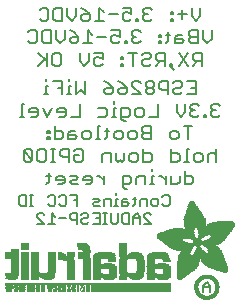
<source format=gbo>
G75*
%MOIN*%
%OFA0B0*%
%FSLAX25Y25*%
%IPPOS*%
%LPD*%
%AMOC8*
5,1,8,0,0,1.08239X$1,22.5*
%
%ADD10C,0.00600*%
%ADD11C,0.00500*%
%ADD12R,0.26928X0.00066*%
%ADD13R,0.01056X0.00066*%
%ADD14R,0.01056X0.00066*%
%ADD15R,0.00990X0.00066*%
%ADD16R,0.01188X0.00066*%
%ADD17R,0.00990X0.00066*%
%ADD18R,0.01122X0.00066*%
%ADD19R,0.01188X0.00066*%
%ADD20R,0.01650X0.00066*%
%ADD21R,0.01254X0.00066*%
%ADD22R,0.02310X0.00066*%
%ADD23R,0.02310X0.00066*%
%ADD24R,0.26928X0.00066*%
%ADD25R,0.01056X0.00066*%
%ADD26R,0.00990X0.00066*%
%ADD27R,0.00990X0.00066*%
%ADD28R,0.01188X0.00066*%
%ADD29R,0.01122X0.00066*%
%ADD30R,0.01188X0.00066*%
%ADD31R,0.01650X0.00066*%
%ADD32R,0.01254X0.00066*%
%ADD33R,0.02310X0.00066*%
%ADD34R,0.02310X0.00066*%
%ADD35R,0.01254X0.00066*%
%ADD36R,0.02244X0.00066*%
%ADD37R,0.01320X0.00066*%
%ADD38R,0.00924X0.00066*%
%ADD39R,0.00924X0.00066*%
%ADD40R,0.00066X0.00066*%
%ADD41R,0.01254X0.00066*%
%ADD42R,0.02244X0.00066*%
%ADD43R,0.01320X0.00066*%
%ADD44R,0.00858X0.00066*%
%ADD45R,0.00132X0.00066*%
%ADD46R,0.02244X0.00066*%
%ADD47R,0.00792X0.00066*%
%ADD48R,0.00198X0.00066*%
%ADD49R,0.02640X0.00066*%
%ADD50R,0.03960X0.00066*%
%ADD51R,0.02244X0.00066*%
%ADD52R,0.00792X0.00066*%
%ADD53R,0.00264X0.00066*%
%ADD54R,0.02640X0.00066*%
%ADD55R,0.03960X0.00066*%
%ADD56R,0.00726X0.00066*%
%ADD57R,0.03894X0.00066*%
%ADD58R,0.00726X0.00066*%
%ADD59R,0.00264X0.00066*%
%ADD60R,0.03894X0.00066*%
%ADD61R,0.00660X0.00066*%
%ADD62R,0.00330X0.00066*%
%ADD63R,0.02508X0.00066*%
%ADD64R,0.03762X0.00066*%
%ADD65R,0.00594X0.00066*%
%ADD66R,0.00396X0.00066*%
%ADD67R,0.02112X0.00066*%
%ADD68R,0.03366X0.00066*%
%ADD69R,0.00594X0.00066*%
%ADD70R,0.00396X0.00066*%
%ADD71R,0.01386X0.00066*%
%ADD72R,0.01716X0.00066*%
%ADD73R,0.01584X0.00066*%
%ADD74R,0.01452X0.00066*%
%ADD75R,0.00528X0.00066*%
%ADD76R,0.00462X0.00066*%
%ADD77R,0.01716X0.00066*%
%ADD78R,0.01452X0.00066*%
%ADD79R,0.02376X0.00066*%
%ADD80R,0.00528X0.00066*%
%ADD81R,0.00462X0.00066*%
%ADD82R,0.01782X0.00066*%
%ADD83R,0.02442X0.00066*%
%ADD84R,0.01122X0.00066*%
%ADD85R,0.01914X0.00066*%
%ADD86R,0.02574X0.00066*%
%ADD87R,0.03168X0.00066*%
%ADD88R,0.00594X0.00066*%
%ADD89R,0.01056X0.00066*%
%ADD90R,0.02904X0.00066*%
%ADD91R,0.02376X0.00066*%
%ADD92R,0.03630X0.00066*%
%ADD93R,0.00594X0.00066*%
%ADD94R,0.03234X0.00066*%
%ADD95R,0.03828X0.00066*%
%ADD96R,0.03894X0.00066*%
%ADD97R,0.00330X0.00066*%
%ADD98R,0.00660X0.00066*%
%ADD99R,0.03234X0.00066*%
%ADD100R,0.03894X0.00066*%
%ADD101R,0.00792X0.00066*%
%ADD102R,0.00198X0.00066*%
%ADD103R,0.00792X0.00066*%
%ADD104R,0.00858X0.00066*%
%ADD105R,0.01122X0.00066*%
%ADD106R,0.01386X0.00066*%
%ADD107R,0.02442X0.00066*%
%ADD108R,0.01518X0.00066*%
%ADD109R,0.01320X0.00066*%
%ADD110R,0.01518X0.00066*%
%ADD111R,0.02706X0.00066*%
%ADD112R,0.55110X0.00066*%
%ADD113R,0.55110X0.00066*%
%ADD114R,0.02508X0.00066*%
%ADD115R,0.01914X0.00066*%
%ADD116R,0.02508X0.00066*%
%ADD117R,0.02046X0.00066*%
%ADD118R,0.02112X0.00066*%
%ADD119R,0.03102X0.00066*%
%ADD120R,0.02706X0.00066*%
%ADD121R,0.03036X0.00066*%
%ADD122R,0.02508X0.00066*%
%ADD123R,0.02838X0.00066*%
%ADD124R,0.02772X0.00066*%
%ADD125R,0.02970X0.00066*%
%ADD126R,0.03300X0.00066*%
%ADD127R,0.03432X0.00066*%
%ADD128R,0.03432X0.00066*%
%ADD129R,0.01584X0.00066*%
%ADD130R,0.03630X0.00066*%
%ADD131R,0.03696X0.00066*%
%ADD132R,0.03696X0.00066*%
%ADD133R,0.04026X0.00066*%
%ADD134R,0.03828X0.00066*%
%ADD135R,0.03828X0.00066*%
%ADD136R,0.01848X0.00066*%
%ADD137R,0.04224X0.00066*%
%ADD138R,0.04026X0.00066*%
%ADD139R,0.03960X0.00066*%
%ADD140R,0.01980X0.00066*%
%ADD141R,0.04422X0.00066*%
%ADD142R,0.04158X0.00066*%
%ADD143R,0.04422X0.00066*%
%ADD144R,0.04488X0.00066*%
%ADD145R,0.04290X0.00066*%
%ADD146R,0.02178X0.00066*%
%ADD147R,0.04686X0.00066*%
%ADD148R,0.04686X0.00066*%
%ADD149R,0.04092X0.00066*%
%ADD150R,0.04818X0.00066*%
%ADD151R,0.04620X0.00066*%
%ADD152R,0.04818X0.00066*%
%ADD153R,0.04884X0.00066*%
%ADD154R,0.04620X0.00066*%
%ADD155R,0.04884X0.00066*%
%ADD156R,0.04686X0.00066*%
%ADD157R,0.04158X0.00066*%
%ADD158R,0.05016X0.00066*%
%ADD159R,0.05016X0.00066*%
%ADD160R,0.05148X0.00066*%
%ADD161R,0.04950X0.00066*%
%ADD162R,0.05214X0.00066*%
%ADD163R,0.02706X0.00066*%
%ADD164R,0.05214X0.00066*%
%ADD165R,0.05148X0.00066*%
%ADD166R,0.05016X0.00066*%
%ADD167R,0.04224X0.00066*%
%ADD168R,0.07920X0.00066*%
%ADD169R,0.05214X0.00066*%
%ADD170R,0.07788X0.00066*%
%ADD171R,0.07920X0.00066*%
%ADD172R,0.05346X0.00066*%
%ADD173R,0.07854X0.00066*%
%ADD174R,0.05280X0.00066*%
%ADD175R,0.04290X0.00066*%
%ADD176R,0.02970X0.00066*%
%ADD177R,0.07854X0.00066*%
%ADD178R,0.07854X0.00066*%
%ADD179R,0.04290X0.00066*%
%ADD180R,0.03102X0.00066*%
%ADD181R,0.07854X0.00066*%
%ADD182R,0.07986X0.00066*%
%ADD183R,0.07920X0.00066*%
%ADD184R,0.04356X0.00066*%
%ADD185R,0.07986X0.00066*%
%ADD186R,0.07920X0.00066*%
%ADD187R,0.04356X0.00066*%
%ADD188R,0.03498X0.00066*%
%ADD189R,0.03630X0.00066*%
%ADD190R,0.03696X0.00066*%
%ADD191R,0.08052X0.00066*%
%ADD192R,0.03696X0.00066*%
%ADD193R,0.02640X0.00066*%
%ADD194R,0.03498X0.00066*%
%ADD195R,0.08052X0.00066*%
%ADD196R,0.03498X0.00066*%
%ADD197R,0.03168X0.00066*%
%ADD198R,0.07986X0.00066*%
%ADD199R,0.04158X0.00066*%
%ADD200R,0.03036X0.00066*%
%ADD201R,0.02970X0.00066*%
%ADD202R,0.07986X0.00066*%
%ADD203R,0.02904X0.00066*%
%ADD204R,0.04224X0.00066*%
%ADD205R,0.03432X0.00066*%
%ADD206R,0.02904X0.00066*%
%ADD207R,0.03432X0.00066*%
%ADD208R,0.04290X0.00066*%
%ADD209R,0.02772X0.00066*%
%ADD210R,0.02706X0.00066*%
%ADD211R,0.02640X0.00066*%
%ADD212R,0.04422X0.00066*%
%ADD213R,0.02838X0.00066*%
%ADD214R,0.02574X0.00066*%
%ADD215R,0.02574X0.00066*%
%ADD216R,0.04488X0.00066*%
%ADD217R,0.04620X0.00066*%
%ADD218R,0.04686X0.00066*%
%ADD219R,0.04752X0.00066*%
%ADD220R,0.04884X0.00066*%
%ADD221R,0.01848X0.00066*%
%ADD222R,0.05016X0.00066*%
%ADD223R,0.02046X0.00066*%
%ADD224R,0.05280X0.00066*%
%ADD225R,0.03036X0.00066*%
%ADD226R,0.05412X0.00066*%
%ADD227R,0.03300X0.00066*%
%ADD228R,0.05478X0.00066*%
%ADD229R,0.05610X0.00066*%
%ADD230R,0.05676X0.00066*%
%ADD231R,0.05808X0.00066*%
%ADD232R,0.05874X0.00066*%
%ADD233R,0.06006X0.00066*%
%ADD234R,0.06138X0.00066*%
%ADD235R,0.06204X0.00066*%
%ADD236R,0.05148X0.00066*%
%ADD237R,0.06270X0.00066*%
%ADD238R,0.05412X0.00066*%
%ADD239R,0.06336X0.00066*%
%ADD240R,0.05544X0.00066*%
%ADD241R,0.06402X0.00066*%
%ADD242R,0.06402X0.00066*%
%ADD243R,0.05940X0.00066*%
%ADD244R,0.06534X0.00066*%
%ADD245R,0.06138X0.00066*%
%ADD246R,0.06600X0.00066*%
%ADD247R,0.06204X0.00066*%
%ADD248R,0.06600X0.00066*%
%ADD249R,0.07788X0.00066*%
%ADD250R,0.06666X0.00066*%
%ADD251R,0.06468X0.00066*%
%ADD252R,0.06732X0.00066*%
%ADD253R,0.07722X0.00066*%
%ADD254R,0.06798X0.00066*%
%ADD255R,0.07722X0.00066*%
%ADD256R,0.06666X0.00066*%
%ADD257R,0.06798X0.00066*%
%ADD258R,0.07656X0.00066*%
%ADD259R,0.06798X0.00066*%
%ADD260R,0.06864X0.00066*%
%ADD261R,0.07656X0.00066*%
%ADD262R,0.06798X0.00066*%
%ADD263R,0.06930X0.00066*%
%ADD264R,0.07590X0.00066*%
%ADD265R,0.07524X0.00066*%
%ADD266R,0.07062X0.00066*%
%ADD267R,0.06996X0.00066*%
%ADD268R,0.07524X0.00066*%
%ADD269R,0.07458X0.00066*%
%ADD270R,0.07062X0.00066*%
%ADD271R,0.06996X0.00066*%
%ADD272R,0.07524X0.00066*%
%ADD273R,0.07458X0.00066*%
%ADD274R,0.07194X0.00066*%
%ADD275R,0.07128X0.00066*%
%ADD276R,0.07392X0.00066*%
%ADD277R,0.07260X0.00066*%
%ADD278R,0.07128X0.00066*%
%ADD279R,0.07326X0.00066*%
%ADD280R,0.07260X0.00066*%
%ADD281R,0.07326X0.00066*%
%ADD282R,0.07260X0.00066*%
%ADD283R,0.07194X0.00066*%
%ADD284R,0.07326X0.00066*%
%ADD285R,0.07062X0.00066*%
%ADD286R,0.07392X0.00066*%
%ADD287R,0.07194X0.00066*%
%ADD288R,0.07590X0.00066*%
%ADD289R,0.07590X0.00066*%
%ADD290R,0.07656X0.00066*%
%ADD291R,0.07392X0.00066*%
%ADD292R,0.07722X0.00066*%
%ADD293R,0.07722X0.00066*%
%ADD294R,0.07788X0.00066*%
%ADD295R,0.07524X0.00066*%
%ADD296R,0.02442X0.00066*%
%ADD297R,0.05610X0.00066*%
%ADD298R,0.02442X0.00066*%
%ADD299R,0.05610X0.00066*%
%ADD300R,0.02574X0.00066*%
%ADD301R,0.02772X0.00066*%
%ADD302R,0.03168X0.00066*%
%ADD303R,0.03564X0.00066*%
%ADD304R,0.07458X0.00066*%
%ADD305R,0.07590X0.00066*%
%ADD306R,0.07392X0.00066*%
%ADD307R,0.15312X0.00066*%
%ADD308R,0.15246X0.00066*%
%ADD309R,0.15246X0.00066*%
%ADD310R,0.15180X0.00066*%
%ADD311R,0.02970X0.00066*%
%ADD312R,0.15180X0.00066*%
%ADD313R,0.15114X0.00066*%
%ADD314R,0.02838X0.00066*%
%ADD315R,0.15048X0.00066*%
%ADD316R,0.10692X0.00066*%
%ADD317R,0.10362X0.00066*%
%ADD318R,0.05082X0.00066*%
%ADD319R,0.10296X0.00066*%
%ADD320R,0.04950X0.00066*%
%ADD321R,0.10164X0.00066*%
%ADD322R,0.04884X0.00066*%
%ADD323R,0.10098X0.00066*%
%ADD324R,0.06930X0.00066*%
%ADD325R,0.09966X0.00066*%
%ADD326R,0.04554X0.00066*%
%ADD327R,0.09900X0.00066*%
%ADD328R,0.03762X0.00066*%
%ADD329R,0.09834X0.00066*%
%ADD330R,0.06534X0.00066*%
%ADD331R,0.09702X0.00066*%
%ADD332R,0.04092X0.00066*%
%ADD333R,0.09636X0.00066*%
%ADD334R,0.06270X0.00066*%
%ADD335R,0.02112X0.00066*%
%ADD336R,0.09570X0.00066*%
%ADD337R,0.06138X0.00066*%
%ADD338R,0.06072X0.00066*%
%ADD339R,0.01980X0.00066*%
%ADD340R,0.09504X0.00066*%
%ADD341R,0.03564X0.00066*%
%ADD342R,0.05940X0.00066*%
%ADD343R,0.03498X0.00066*%
%ADD344R,0.09438X0.00066*%
%ADD345R,0.05676X0.00066*%
%ADD346R,0.01782X0.00066*%
%ADD347R,0.05082X0.00066*%
%ADD348R,0.04554X0.00066*%
%ADD349R,0.03366X0.00066*%
%ADD350R,0.04422X0.00066*%
%ADD351R,0.02838X0.00066*%
%ADD352R,0.04356X0.00066*%
%ADD353R,0.04356X0.00066*%
%ADD354R,0.03036X0.00066*%
%ADD355R,0.01716X0.00066*%
%ADD356R,0.06270X0.00066*%
%ADD357R,0.01716X0.00066*%
%ADD358R,0.06468X0.00066*%
%ADD359R,0.01584X0.00066*%
%ADD360R,0.07062X0.00066*%
%ADD361R,0.01452X0.00066*%
%ADD362R,0.04158X0.00066*%
%ADD363R,0.04092X0.00066*%
%ADD364R,0.08184X0.00066*%
%ADD365R,0.01320X0.00066*%
%ADD366R,0.08448X0.00066*%
%ADD367R,0.08514X0.00066*%
%ADD368R,0.01386X0.00066*%
%ADD369R,0.08712X0.00066*%
%ADD370R,0.08976X0.00066*%
%ADD371R,0.09174X0.00066*%
%ADD372R,0.11022X0.00066*%
%ADD373R,0.11088X0.00066*%
%ADD374R,0.03762X0.00066*%
%ADD375R,0.11220X0.00066*%
%ADD376R,0.11484X0.00066*%
%ADD377R,0.16632X0.00066*%
%ADD378R,0.16896X0.00066*%
%ADD379R,0.17358X0.00066*%
%ADD380R,0.17754X0.00066*%
%ADD381R,0.17820X0.00066*%
%ADD382R,0.18216X0.00066*%
%ADD383R,0.18480X0.00066*%
%ADD384R,0.18612X0.00066*%
%ADD385R,0.10032X0.00066*%
%ADD386R,0.08580X0.00066*%
%ADD387R,0.09570X0.00066*%
%ADD388R,0.09504X0.00066*%
%ADD389R,0.09504X0.00066*%
%ADD390R,0.09570X0.00066*%
%ADD391R,0.09636X0.00066*%
%ADD392R,0.06138X0.00066*%
%ADD393R,0.06006X0.00066*%
%ADD394R,0.05874X0.00066*%
%ADD395R,0.05874X0.00066*%
%ADD396R,0.05742X0.00066*%
%ADD397R,0.08118X0.00066*%
%ADD398R,0.05544X0.00066*%
%ADD399R,0.03564X0.00066*%
%ADD400R,0.08316X0.00066*%
%ADD401R,0.08580X0.00066*%
%ADD402R,0.05544X0.00066*%
%ADD403R,0.08712X0.00066*%
%ADD404R,0.04488X0.00066*%
%ADD405R,0.13068X0.00066*%
%ADD406R,0.05412X0.00066*%
%ADD407R,0.01584X0.00066*%
%ADD408R,0.13002X0.00066*%
%ADD409R,0.12936X0.00066*%
%ADD410R,0.05346X0.00066*%
%ADD411R,0.12870X0.00066*%
%ADD412R,0.12936X0.00066*%
%ADD413R,0.12870X0.00066*%
%ADD414R,0.01782X0.00066*%
%ADD415R,0.12870X0.00066*%
%ADD416R,0.05478X0.00066*%
%ADD417R,0.12870X0.00066*%
%ADD418R,0.05412X0.00066*%
%ADD419R,0.02046X0.00066*%
%ADD420R,0.12804X0.00066*%
%ADD421R,0.12738X0.00066*%
%ADD422R,0.12738X0.00066*%
%ADD423R,0.12672X0.00066*%
%ADD424R,0.12606X0.00066*%
%ADD425R,0.12606X0.00066*%
%ADD426R,0.05742X0.00066*%
%ADD427R,0.06006X0.00066*%
%ADD428R,0.12540X0.00066*%
%ADD429R,0.09966X0.00066*%
%ADD430R,0.12474X0.00066*%
%ADD431R,0.09966X0.00066*%
%ADD432R,0.12408X0.00066*%
%ADD433R,0.10032X0.00066*%
%ADD434R,0.12342X0.00066*%
%ADD435R,0.10098X0.00066*%
%ADD436R,0.12276X0.00066*%
%ADD437R,0.10164X0.00066*%
%ADD438R,0.12210X0.00066*%
%ADD439R,0.10230X0.00066*%
%ADD440R,0.12078X0.00066*%
%ADD441R,0.10230X0.00066*%
%ADD442R,0.11946X0.00066*%
%ADD443R,0.10296X0.00066*%
%ADD444R,0.11814X0.00066*%
%ADD445R,0.10362X0.00066*%
%ADD446R,0.11616X0.00066*%
%ADD447R,0.10428X0.00066*%
%ADD448R,0.11418X0.00066*%
%ADD449R,0.10494X0.00066*%
%ADD450R,0.10560X0.00066*%
%ADD451R,0.11022X0.00066*%
%ADD452R,0.10626X0.00066*%
%ADD453R,0.10758X0.00066*%
%ADD454R,0.10824X0.00066*%
%ADD455R,0.10362X0.00066*%
%ADD456R,0.10824X0.00066*%
%ADD457R,0.10890X0.00066*%
%ADD458R,0.10890X0.00066*%
%ADD459R,0.09768X0.00066*%
%ADD460R,0.10956X0.00066*%
%ADD461R,0.09372X0.00066*%
%ADD462R,0.11154X0.00066*%
%ADD463R,0.06270X0.00066*%
%ADD464R,0.11220X0.00066*%
%ADD465R,0.11352X0.00066*%
%ADD466R,0.11484X0.00066*%
%ADD467R,0.11550X0.00066*%
%ADD468R,0.11682X0.00066*%
%ADD469R,0.11682X0.00066*%
%ADD470R,0.11880X0.00066*%
%ADD471R,0.12012X0.00066*%
%ADD472R,0.03102X0.00066*%
%ADD473R,0.12144X0.00066*%
%ADD474R,0.09438X0.00066*%
%ADD475R,0.09438X0.00066*%
%ADD476R,0.06930X0.00066*%
%ADD477R,0.09438X0.00066*%
%ADD478R,0.07194X0.00066*%
%ADD479R,0.09372X0.00066*%
%ADD480R,0.09306X0.00066*%
%ADD481R,0.09306X0.00066*%
%ADD482R,0.09240X0.00066*%
%ADD483R,0.09042X0.00066*%
%ADD484R,0.08976X0.00066*%
%ADD485R,0.08844X0.00066*%
%ADD486R,0.08778X0.00066*%
%ADD487R,0.08382X0.00066*%
%ADD488R,0.08316X0.00066*%
%ADD489R,0.06336X0.00066*%
%ADD490R,0.06864X0.00066*%
%ADD491R,0.06666X0.00066*%
%ADD492R,0.06534X0.00066*%
%ADD493R,0.06204X0.00066*%
%ADD494R,0.06204X0.00066*%
%ADD495R,0.05808X0.00066*%
%ADD496R,0.05214X0.00066*%
%ADD497R,0.05082X0.00066*%
%ADD498R,0.04752X0.00066*%
%ADD499R,0.03366X0.00066*%
%ADD500R,0.03234X0.00066*%
%ADD501R,0.03234X0.00066*%
%ADD502R,0.00858X0.00066*%
%ADD503C,0.01200*%
%ADD504C,0.00800*%
D10*
X0071575Y0058300D02*
X0072309Y0059034D01*
X0072309Y0061970D01*
X0073043Y0061236D02*
X0071575Y0061236D01*
X0074711Y0060502D02*
X0074711Y0059768D01*
X0077647Y0059768D01*
X0077647Y0060502D02*
X0076913Y0061236D01*
X0075445Y0061236D01*
X0074711Y0060502D01*
X0075445Y0058300D02*
X0076913Y0058300D01*
X0077647Y0059034D01*
X0077647Y0060502D01*
X0079315Y0061236D02*
X0081517Y0061236D01*
X0082251Y0060502D01*
X0081517Y0059768D01*
X0080049Y0059768D01*
X0079315Y0059034D01*
X0080049Y0058300D01*
X0082251Y0058300D01*
X0083919Y0059768D02*
X0086855Y0059768D01*
X0086855Y0060502D02*
X0086121Y0061236D01*
X0084653Y0061236D01*
X0083919Y0060502D01*
X0083919Y0059768D01*
X0084653Y0058300D02*
X0086121Y0058300D01*
X0086855Y0059034D01*
X0086855Y0060502D01*
X0088489Y0061236D02*
X0089223Y0061236D01*
X0090691Y0059768D01*
X0090691Y0058300D02*
X0090691Y0061236D01*
X0090057Y0065800D02*
X0090057Y0068002D01*
X0090791Y0068736D01*
X0092993Y0068736D01*
X0092993Y0065800D01*
X0094661Y0066534D02*
X0094661Y0068736D01*
X0094661Y0066534D02*
X0095395Y0065800D01*
X0096129Y0066534D01*
X0096863Y0065800D01*
X0097597Y0066534D01*
X0097597Y0068736D01*
X0099265Y0068002D02*
X0099999Y0068736D01*
X0101467Y0068736D01*
X0102201Y0068002D01*
X0102201Y0066534D01*
X0101467Y0065800D01*
X0099999Y0065800D01*
X0099265Y0066534D01*
X0099265Y0068002D01*
X0103869Y0068736D02*
X0106071Y0068736D01*
X0106805Y0068002D01*
X0106805Y0066534D01*
X0106071Y0065800D01*
X0103869Y0065800D01*
X0103869Y0070204D01*
X0104219Y0073300D02*
X0106421Y0073300D01*
X0106421Y0077704D01*
X0104219Y0077704D01*
X0103486Y0076970D01*
X0103486Y0076236D01*
X0104219Y0075502D01*
X0106421Y0075502D01*
X0104219Y0075502D02*
X0103486Y0074768D01*
X0103486Y0074034D01*
X0104219Y0073300D01*
X0101817Y0074034D02*
X0101817Y0075502D01*
X0101083Y0076236D01*
X0099616Y0076236D01*
X0098882Y0075502D01*
X0098882Y0074034D01*
X0099616Y0073300D01*
X0101083Y0073300D01*
X0101817Y0074034D01*
X0097213Y0074034D02*
X0096480Y0073300D01*
X0095012Y0073300D01*
X0094278Y0074034D01*
X0094278Y0075502D01*
X0095012Y0076236D01*
X0096480Y0076236D01*
X0097213Y0075502D01*
X0097213Y0074034D01*
X0092610Y0076236D02*
X0091142Y0076236D01*
X0091876Y0076970D02*
X0091876Y0074034D01*
X0091142Y0073300D01*
X0089540Y0073300D02*
X0088072Y0073300D01*
X0088806Y0073300D02*
X0088806Y0077704D01*
X0089540Y0077704D01*
X0086471Y0075502D02*
X0086471Y0074034D01*
X0085737Y0073300D01*
X0084269Y0073300D01*
X0083535Y0074034D01*
X0083535Y0075502D01*
X0084269Y0076236D01*
X0085737Y0076236D01*
X0086471Y0075502D01*
X0081867Y0074034D02*
X0081133Y0074768D01*
X0078931Y0074768D01*
X0078931Y0075502D02*
X0078931Y0073300D01*
X0081133Y0073300D01*
X0081867Y0074034D01*
X0081133Y0076236D02*
X0079665Y0076236D01*
X0078931Y0075502D01*
X0077263Y0075502D02*
X0076529Y0076236D01*
X0074327Y0076236D01*
X0074327Y0077704D02*
X0074327Y0073300D01*
X0076529Y0073300D01*
X0077263Y0074034D01*
X0077263Y0075502D01*
X0072659Y0075502D02*
X0072659Y0076236D01*
X0071925Y0076236D01*
X0071925Y0075502D01*
X0072659Y0075502D01*
X0072659Y0074034D02*
X0071925Y0074034D01*
X0071925Y0073300D01*
X0072659Y0073300D01*
X0072659Y0074034D01*
X0073110Y0070204D02*
X0074578Y0070204D01*
X0073844Y0070204D02*
X0073844Y0065800D01*
X0074578Y0065800D02*
X0073110Y0065800D01*
X0071508Y0066534D02*
X0070774Y0065800D01*
X0069306Y0065800D01*
X0068572Y0066534D01*
X0068572Y0069470D01*
X0069306Y0070204D01*
X0070774Y0070204D01*
X0071508Y0069470D01*
X0071508Y0066534D01*
X0066904Y0066534D02*
X0066170Y0065800D01*
X0064702Y0065800D01*
X0063969Y0066534D01*
X0063969Y0069470D01*
X0066904Y0066534D01*
X0066904Y0069470D01*
X0066170Y0070204D01*
X0064702Y0070204D01*
X0063969Y0069470D01*
X0076246Y0069470D02*
X0076246Y0068002D01*
X0076980Y0067268D01*
X0079181Y0067268D01*
X0079181Y0065800D02*
X0079181Y0070204D01*
X0076980Y0070204D01*
X0076246Y0069470D01*
X0080850Y0069470D02*
X0081584Y0070204D01*
X0083051Y0070204D01*
X0083785Y0069470D01*
X0083785Y0066534D01*
X0083051Y0065800D01*
X0081584Y0065800D01*
X0080850Y0066534D01*
X0080850Y0068002D01*
X0082317Y0068002D01*
X0096963Y0061236D02*
X0096963Y0057566D01*
X0097697Y0056832D01*
X0098431Y0056832D01*
X0099165Y0058300D02*
X0096963Y0058300D01*
X0099165Y0058300D02*
X0099899Y0059034D01*
X0099899Y0060502D01*
X0099165Y0061236D01*
X0096963Y0061236D01*
X0101567Y0060502D02*
X0101567Y0058300D01*
X0101567Y0060502D02*
X0102301Y0061236D01*
X0104503Y0061236D01*
X0104503Y0058300D01*
X0106104Y0058300D02*
X0107572Y0058300D01*
X0106838Y0058300D02*
X0106838Y0061236D01*
X0107572Y0061236D01*
X0109207Y0061236D02*
X0109941Y0061236D01*
X0111409Y0059768D01*
X0111409Y0058300D02*
X0111409Y0061236D01*
X0113077Y0061236D02*
X0113077Y0058300D01*
X0115279Y0058300D01*
X0116013Y0059034D01*
X0116013Y0061236D01*
X0117681Y0061236D02*
X0119883Y0061236D01*
X0120617Y0060502D01*
X0120617Y0059034D01*
X0119883Y0058300D01*
X0117681Y0058300D01*
X0117681Y0062704D01*
X0117614Y0065800D02*
X0119082Y0065800D01*
X0118348Y0065800D02*
X0118348Y0070204D01*
X0119082Y0070204D01*
X0120750Y0068002D02*
X0121484Y0068736D01*
X0122952Y0068736D01*
X0123686Y0068002D01*
X0123686Y0066534D01*
X0122952Y0065800D01*
X0121484Y0065800D01*
X0120750Y0066534D01*
X0120750Y0068002D01*
X0125354Y0068002D02*
X0125354Y0065800D01*
X0125354Y0068002D02*
X0126088Y0068736D01*
X0127556Y0068736D01*
X0128290Y0068002D01*
X0128290Y0070204D02*
X0128290Y0065800D01*
X0118765Y0073300D02*
X0118765Y0077704D01*
X0120233Y0077704D02*
X0117297Y0077704D01*
X0115629Y0075502D02*
X0115629Y0074034D01*
X0114895Y0073300D01*
X0113427Y0073300D01*
X0112693Y0074034D01*
X0112693Y0075502D01*
X0113427Y0076236D01*
X0114895Y0076236D01*
X0115629Y0075502D01*
X0116463Y0080800D02*
X0114995Y0082268D01*
X0114995Y0085204D01*
X0117931Y0085204D02*
X0117931Y0082268D01*
X0116463Y0080800D01*
X0119599Y0081534D02*
X0119599Y0082268D01*
X0120333Y0083002D01*
X0121067Y0083002D01*
X0120333Y0083002D02*
X0119599Y0083736D01*
X0119599Y0084470D01*
X0120333Y0085204D01*
X0121801Y0085204D01*
X0122535Y0084470D01*
X0126505Y0084470D02*
X0126505Y0083736D01*
X0127239Y0083002D01*
X0126505Y0082268D01*
X0126505Y0081534D01*
X0127239Y0080800D01*
X0128707Y0080800D01*
X0129441Y0081534D01*
X0127973Y0083002D02*
X0127239Y0083002D01*
X0126505Y0084470D02*
X0127239Y0085204D01*
X0128707Y0085204D01*
X0129441Y0084470D01*
X0124837Y0081534D02*
X0124103Y0081534D01*
X0124103Y0080800D01*
X0124837Y0080800D01*
X0124837Y0081534D01*
X0122535Y0081534D02*
X0121801Y0080800D01*
X0120333Y0080800D01*
X0119599Y0081534D01*
X0118448Y0088300D02*
X0121384Y0088300D01*
X0121384Y0092704D01*
X0118448Y0092704D01*
X0116780Y0091970D02*
X0116780Y0091236D01*
X0116046Y0090502D01*
X0114578Y0090502D01*
X0113844Y0089768D01*
X0113844Y0089034D01*
X0114578Y0088300D01*
X0116046Y0088300D01*
X0116780Y0089034D01*
X0119916Y0090502D02*
X0121384Y0090502D01*
X0116780Y0091970D02*
X0116046Y0092704D01*
X0114578Y0092704D01*
X0113844Y0091970D01*
X0112176Y0092704D02*
X0109974Y0092704D01*
X0109240Y0091970D01*
X0109240Y0090502D01*
X0109974Y0089768D01*
X0112176Y0089768D01*
X0112176Y0088300D02*
X0112176Y0092704D01*
X0114095Y0096332D02*
X0112627Y0097800D01*
X0113361Y0097800D01*
X0113361Y0098534D01*
X0112627Y0098534D01*
X0112627Y0097800D01*
X0111025Y0097800D02*
X0111025Y0102204D01*
X0108823Y0102204D01*
X0108089Y0101470D01*
X0108089Y0100002D01*
X0108823Y0099268D01*
X0111025Y0099268D01*
X0109557Y0099268D02*
X0108089Y0097800D01*
X0106421Y0098534D02*
X0105687Y0097800D01*
X0104219Y0097800D01*
X0103486Y0098534D01*
X0103486Y0099268D01*
X0104219Y0100002D01*
X0105687Y0100002D01*
X0106421Y0100736D01*
X0106421Y0101470D01*
X0105687Y0102204D01*
X0104219Y0102204D01*
X0103486Y0101470D01*
X0101817Y0102204D02*
X0098882Y0102204D01*
X0100350Y0102204D02*
X0100350Y0097800D01*
X0097213Y0097800D02*
X0097213Y0098534D01*
X0096480Y0098534D01*
X0096480Y0097800D01*
X0097213Y0097800D01*
X0097213Y0100002D02*
X0097213Y0100736D01*
X0096480Y0100736D01*
X0096480Y0100002D01*
X0097213Y0100002D01*
X0097631Y0105300D02*
X0098364Y0105300D01*
X0098364Y0106034D01*
X0097631Y0106034D01*
X0097631Y0105300D01*
X0096063Y0106034D02*
X0095329Y0105300D01*
X0093861Y0105300D01*
X0093127Y0106034D01*
X0093127Y0107502D01*
X0093861Y0108236D01*
X0094595Y0108236D01*
X0096063Y0107502D01*
X0096063Y0109704D01*
X0093127Y0109704D01*
X0091459Y0107502D02*
X0088523Y0107502D01*
X0086855Y0108236D02*
X0085387Y0109704D01*
X0085387Y0105300D01*
X0086855Y0105300D02*
X0083919Y0105300D01*
X0082251Y0106034D02*
X0082251Y0107502D01*
X0080049Y0107502D01*
X0079315Y0106768D01*
X0079315Y0106034D01*
X0080049Y0105300D01*
X0081517Y0105300D01*
X0082251Y0106034D01*
X0082251Y0107502D02*
X0080783Y0108970D01*
X0079315Y0109704D01*
X0077647Y0109704D02*
X0077647Y0106768D01*
X0076179Y0105300D01*
X0074711Y0106768D01*
X0074711Y0109704D01*
X0073043Y0109704D02*
X0070841Y0109704D01*
X0070107Y0108970D01*
X0070107Y0106034D01*
X0070841Y0105300D01*
X0073043Y0105300D01*
X0073043Y0109704D01*
X0071542Y0112800D02*
X0070074Y0112800D01*
X0069340Y0113534D01*
X0071542Y0112800D02*
X0072276Y0113534D01*
X0072276Y0116470D01*
X0071542Y0117204D01*
X0070074Y0117204D01*
X0069340Y0116470D01*
X0073944Y0116470D02*
X0073944Y0113534D01*
X0074678Y0112800D01*
X0076880Y0112800D01*
X0076880Y0117204D01*
X0074678Y0117204D01*
X0073944Y0116470D01*
X0078548Y0117204D02*
X0078548Y0114268D01*
X0080016Y0112800D01*
X0081483Y0114268D01*
X0081483Y0117204D01*
X0083152Y0117204D02*
X0084619Y0116470D01*
X0086087Y0115002D01*
X0083885Y0115002D01*
X0083152Y0114268D01*
X0083152Y0113534D01*
X0083885Y0112800D01*
X0085353Y0112800D01*
X0086087Y0113534D01*
X0086087Y0115002D01*
X0087755Y0112800D02*
X0090691Y0112800D01*
X0089223Y0112800D02*
X0089223Y0117204D01*
X0090691Y0115736D01*
X0092359Y0115002D02*
X0095295Y0115002D01*
X0096963Y0115002D02*
X0096963Y0113534D01*
X0097697Y0112800D01*
X0099165Y0112800D01*
X0099899Y0113534D01*
X0099899Y0115002D02*
X0098431Y0115736D01*
X0097697Y0115736D01*
X0096963Y0115002D01*
X0096963Y0117204D02*
X0099899Y0117204D01*
X0099899Y0115002D01*
X0101467Y0113534D02*
X0101467Y0112800D01*
X0102201Y0112800D01*
X0102201Y0113534D01*
X0101467Y0113534D01*
X0103869Y0113534D02*
X0103869Y0114268D01*
X0104603Y0115002D01*
X0105337Y0115002D01*
X0104603Y0115002D02*
X0103869Y0115736D01*
X0103869Y0116470D01*
X0104603Y0117204D01*
X0106071Y0117204D01*
X0106805Y0116470D01*
X0106805Y0113534D02*
X0106071Y0112800D01*
X0104603Y0112800D01*
X0103869Y0113534D01*
X0102234Y0109704D02*
X0100767Y0109704D01*
X0100033Y0108970D01*
X0100033Y0108236D01*
X0100767Y0107502D01*
X0100033Y0106768D01*
X0100033Y0106034D01*
X0100767Y0105300D01*
X0102234Y0105300D01*
X0102968Y0106034D01*
X0101501Y0107502D02*
X0100767Y0107502D01*
X0102968Y0108970D02*
X0102234Y0109704D01*
X0109140Y0108236D02*
X0109140Y0107502D01*
X0109874Y0107502D01*
X0109874Y0108236D01*
X0109140Y0108236D01*
X0109140Y0106034D02*
X0109140Y0105300D01*
X0109874Y0105300D01*
X0109874Y0106034D01*
X0109140Y0106034D01*
X0111476Y0105300D02*
X0112210Y0106034D01*
X0112210Y0108970D01*
X0112944Y0108236D02*
X0111476Y0108236D01*
X0114612Y0107502D02*
X0114612Y0105300D01*
X0116814Y0105300D01*
X0117548Y0106034D01*
X0116814Y0106768D01*
X0114612Y0106768D01*
X0114612Y0107502D02*
X0115346Y0108236D01*
X0116814Y0108236D01*
X0119216Y0108236D02*
X0119216Y0108970D01*
X0119950Y0109704D01*
X0122151Y0109704D01*
X0122151Y0105300D01*
X0119950Y0105300D01*
X0119216Y0106034D01*
X0119216Y0106768D01*
X0119950Y0107502D01*
X0122151Y0107502D01*
X0123820Y0106768D02*
X0123820Y0109704D01*
X0126755Y0109704D02*
X0126755Y0106768D01*
X0125287Y0105300D01*
X0123820Y0106768D01*
X0119950Y0107502D02*
X0119216Y0108236D01*
X0121451Y0112800D02*
X0119983Y0114268D01*
X0119983Y0117204D01*
X0118315Y0115002D02*
X0115379Y0115002D01*
X0113711Y0115002D02*
X0113711Y0115736D01*
X0112977Y0115736D01*
X0112977Y0115002D01*
X0113711Y0115002D01*
X0113711Y0113534D02*
X0112977Y0113534D01*
X0112977Y0112800D01*
X0113711Y0112800D01*
X0113711Y0113534D01*
X0116847Y0113534D02*
X0116847Y0116470D01*
X0121451Y0112800D02*
X0122919Y0114268D01*
X0122919Y0117204D01*
X0123302Y0102204D02*
X0121101Y0102204D01*
X0120367Y0101470D01*
X0120367Y0100002D01*
X0121101Y0099268D01*
X0123302Y0099268D01*
X0121834Y0099268D02*
X0120367Y0097800D01*
X0118698Y0097800D02*
X0115763Y0102204D01*
X0118698Y0102204D02*
X0115763Y0097800D01*
X0123302Y0097800D02*
X0123302Y0102204D01*
X0107572Y0091970D02*
X0107572Y0091236D01*
X0106838Y0090502D01*
X0105370Y0090502D01*
X0104636Y0089768D01*
X0104636Y0089034D01*
X0105370Y0088300D01*
X0106838Y0088300D01*
X0107572Y0089034D01*
X0107572Y0089768D01*
X0106838Y0090502D01*
X0105370Y0090502D02*
X0104636Y0091236D01*
X0104636Y0091970D01*
X0105370Y0092704D01*
X0106838Y0092704D01*
X0107572Y0091970D01*
X0102968Y0091970D02*
X0102234Y0092704D01*
X0100767Y0092704D01*
X0100033Y0091970D01*
X0100033Y0091236D01*
X0102968Y0088300D01*
X0100033Y0088300D01*
X0098364Y0089034D02*
X0098364Y0090502D01*
X0096163Y0090502D01*
X0095429Y0089768D01*
X0095429Y0089034D01*
X0096163Y0088300D01*
X0097631Y0088300D01*
X0098364Y0089034D01*
X0098364Y0090502D02*
X0096897Y0091970D01*
X0095429Y0092704D01*
X0093761Y0090502D02*
X0091559Y0090502D01*
X0090825Y0089768D01*
X0090825Y0089034D01*
X0091559Y0088300D01*
X0093027Y0088300D01*
X0093761Y0089034D01*
X0093761Y0090502D01*
X0092293Y0091970D01*
X0090825Y0092704D01*
X0089574Y0097800D02*
X0088106Y0097800D01*
X0087372Y0098534D01*
X0087372Y0100002D01*
X0088106Y0100736D01*
X0088840Y0100736D01*
X0090308Y0100002D01*
X0090308Y0102204D01*
X0087372Y0102204D01*
X0085704Y0102204D02*
X0085704Y0099268D01*
X0084236Y0097800D01*
X0082768Y0099268D01*
X0082768Y0102204D01*
X0076496Y0101470D02*
X0076496Y0098534D01*
X0075762Y0097800D01*
X0074294Y0097800D01*
X0073560Y0098534D01*
X0073560Y0101470D01*
X0074294Y0102204D01*
X0075762Y0102204D01*
X0076496Y0101470D01*
X0071892Y0102204D02*
X0071892Y0097800D01*
X0071892Y0099268D02*
X0068956Y0102204D01*
X0071158Y0100002D02*
X0068956Y0097800D01*
X0071542Y0093438D02*
X0071542Y0092704D01*
X0071542Y0091236D02*
X0071542Y0088300D01*
X0072276Y0088300D02*
X0070808Y0088300D01*
X0071542Y0091236D02*
X0072276Y0091236D01*
X0073944Y0092704D02*
X0076880Y0092704D01*
X0076880Y0088300D01*
X0078481Y0088300D02*
X0079949Y0088300D01*
X0079215Y0088300D02*
X0079215Y0091236D01*
X0079949Y0091236D01*
X0079215Y0092704D02*
X0079215Y0093438D01*
X0081617Y0092704D02*
X0081617Y0088300D01*
X0083085Y0089768D01*
X0084553Y0088300D01*
X0084553Y0092704D01*
X0089574Y0097800D02*
X0090308Y0098534D01*
X0094178Y0085938D02*
X0094178Y0085204D01*
X0094178Y0083736D02*
X0094178Y0080800D01*
X0094912Y0080800D02*
X0093444Y0080800D01*
X0091842Y0081534D02*
X0091842Y0083002D01*
X0091108Y0083736D01*
X0088906Y0083736D01*
X0088906Y0080800D02*
X0091108Y0080800D01*
X0091842Y0081534D01*
X0094178Y0083736D02*
X0094912Y0083736D01*
X0096580Y0083736D02*
X0098782Y0083736D01*
X0099515Y0083002D01*
X0099515Y0081534D01*
X0098782Y0080800D01*
X0096580Y0080800D01*
X0096580Y0080066D02*
X0096580Y0083736D01*
X0096580Y0080066D02*
X0097314Y0079332D01*
X0098048Y0079332D01*
X0101184Y0081534D02*
X0101184Y0083002D01*
X0101918Y0083736D01*
X0103385Y0083736D01*
X0104119Y0083002D01*
X0104119Y0081534D01*
X0103385Y0080800D01*
X0101918Y0080800D01*
X0101184Y0081534D01*
X0105787Y0080800D02*
X0108723Y0080800D01*
X0108723Y0085204D01*
X0113077Y0070204D02*
X0113077Y0065800D01*
X0115279Y0065800D01*
X0116013Y0066534D01*
X0116013Y0068002D01*
X0115279Y0068736D01*
X0113077Y0068736D01*
X0106838Y0063438D02*
X0106838Y0062704D01*
X0082634Y0080800D02*
X0079699Y0080800D01*
X0078030Y0081534D02*
X0078030Y0083002D01*
X0077297Y0083736D01*
X0075829Y0083736D01*
X0075095Y0083002D01*
X0075095Y0082268D01*
X0078030Y0082268D01*
X0078030Y0081534D02*
X0077297Y0080800D01*
X0075829Y0080800D01*
X0073427Y0083736D02*
X0071959Y0080800D01*
X0070491Y0083736D01*
X0068823Y0083002D02*
X0068089Y0083736D01*
X0066621Y0083736D01*
X0065887Y0083002D01*
X0065887Y0082268D01*
X0068823Y0082268D01*
X0068823Y0081534D02*
X0068823Y0083002D01*
X0068823Y0081534D02*
X0068089Y0080800D01*
X0066621Y0080800D01*
X0064219Y0080800D02*
X0062751Y0080800D01*
X0063485Y0080800D02*
X0063485Y0085204D01*
X0064219Y0085204D01*
X0075412Y0090502D02*
X0076880Y0090502D01*
X0082634Y0085204D02*
X0082634Y0080800D01*
X0067705Y0105300D02*
X0066237Y0105300D01*
X0065503Y0106034D01*
X0067705Y0105300D02*
X0068439Y0106034D01*
X0068439Y0108970D01*
X0067705Y0109704D01*
X0066237Y0109704D01*
X0065503Y0108970D01*
D11*
X0094855Y0055337D02*
X0094855Y0054753D01*
X0094855Y0053585D02*
X0094855Y0051250D01*
X0094272Y0051250D02*
X0095439Y0051250D01*
X0096787Y0051250D02*
X0098538Y0051250D01*
X0099122Y0051834D01*
X0098538Y0052418D01*
X0096787Y0052418D01*
X0096787Y0053001D02*
X0096787Y0051250D01*
X0096787Y0053001D02*
X0097371Y0053585D01*
X0098538Y0053585D01*
X0100410Y0053585D02*
X0101578Y0053585D01*
X0100994Y0054169D02*
X0100994Y0051834D01*
X0100410Y0051250D01*
X0102926Y0051250D02*
X0102926Y0053001D01*
X0103509Y0053585D01*
X0105261Y0053585D01*
X0105261Y0051250D01*
X0106609Y0051834D02*
X0106609Y0053001D01*
X0107193Y0053585D01*
X0108360Y0053585D01*
X0108944Y0053001D01*
X0108944Y0051834D01*
X0108360Y0051250D01*
X0107193Y0051250D01*
X0106609Y0051834D01*
X0110292Y0051834D02*
X0110876Y0051250D01*
X0112043Y0051250D01*
X0112627Y0051834D01*
X0112627Y0054169D01*
X0112043Y0054753D01*
X0110876Y0054753D01*
X0110292Y0054169D01*
X0105905Y0048753D02*
X0106489Y0048169D01*
X0105905Y0048753D02*
X0104737Y0048753D01*
X0104153Y0048169D01*
X0104153Y0047585D01*
X0106489Y0045250D01*
X0104153Y0045250D01*
X0102805Y0045250D02*
X0102805Y0047585D01*
X0101638Y0048753D01*
X0100470Y0047585D01*
X0100470Y0045250D01*
X0099122Y0045250D02*
X0097371Y0045250D01*
X0096787Y0045834D01*
X0096787Y0048169D01*
X0097371Y0048753D01*
X0099122Y0048753D01*
X0099122Y0045250D01*
X0100470Y0047001D02*
X0102805Y0047001D01*
X0095439Y0045834D02*
X0094855Y0045250D01*
X0093688Y0045250D01*
X0093104Y0045834D01*
X0093104Y0048753D01*
X0091756Y0048753D02*
X0090588Y0048753D01*
X0091172Y0048753D02*
X0091172Y0045250D01*
X0091756Y0045250D02*
X0090588Y0045250D01*
X0089301Y0045250D02*
X0086965Y0045250D01*
X0085617Y0045834D02*
X0085034Y0045250D01*
X0083866Y0045250D01*
X0083282Y0045834D01*
X0083282Y0046418D01*
X0083866Y0047001D01*
X0085034Y0047001D01*
X0085617Y0047585D01*
X0085617Y0048169D01*
X0085034Y0048753D01*
X0083866Y0048753D01*
X0083282Y0048169D01*
X0081934Y0048753D02*
X0080183Y0048753D01*
X0079599Y0048169D01*
X0079599Y0047001D01*
X0080183Y0046418D01*
X0081934Y0046418D01*
X0081934Y0045250D02*
X0081934Y0048753D01*
X0081934Y0051250D02*
X0081934Y0054753D01*
X0079599Y0054753D01*
X0078251Y0054169D02*
X0078251Y0051834D01*
X0077667Y0051250D01*
X0076500Y0051250D01*
X0075916Y0051834D01*
X0074568Y0051834D02*
X0073984Y0051250D01*
X0072817Y0051250D01*
X0072233Y0051834D01*
X0074568Y0051834D02*
X0074568Y0054169D01*
X0073984Y0054753D01*
X0072817Y0054753D01*
X0072233Y0054169D01*
X0075916Y0054169D02*
X0076500Y0054753D01*
X0077667Y0054753D01*
X0078251Y0054169D01*
X0080767Y0053001D02*
X0081934Y0053001D01*
X0086965Y0053585D02*
X0088717Y0053585D01*
X0089301Y0053001D01*
X0088717Y0052418D01*
X0087549Y0052418D01*
X0086965Y0051834D01*
X0087549Y0051250D01*
X0089301Y0051250D01*
X0090648Y0051250D02*
X0090648Y0053001D01*
X0091232Y0053585D01*
X0092984Y0053585D01*
X0092984Y0051250D01*
X0095439Y0048753D02*
X0095439Y0045834D01*
X0089301Y0045250D02*
X0089301Y0048753D01*
X0086965Y0048753D01*
X0088133Y0047001D02*
X0089301Y0047001D01*
X0094855Y0053585D02*
X0095439Y0053585D01*
X0078251Y0047001D02*
X0075916Y0047001D01*
X0074568Y0047585D02*
X0073400Y0048753D01*
X0073400Y0045250D01*
X0072233Y0045250D02*
X0074568Y0045250D01*
X0070885Y0045250D02*
X0068550Y0047585D01*
X0068550Y0048169D01*
X0069133Y0048753D01*
X0070301Y0048753D01*
X0070885Y0048169D01*
X0070885Y0045250D02*
X0068550Y0045250D01*
X0067202Y0051250D02*
X0066034Y0051250D01*
X0066618Y0051250D02*
X0066618Y0054753D01*
X0067202Y0054753D02*
X0066034Y0054753D01*
X0064746Y0054753D02*
X0062995Y0054753D01*
X0062411Y0054169D01*
X0062411Y0051834D01*
X0062995Y0051250D01*
X0064746Y0051250D01*
X0064746Y0054753D01*
D12*
X0099686Y0024744D03*
X0099686Y0024678D03*
X0099686Y0024546D03*
X0099686Y0024480D03*
X0099686Y0024348D03*
X0099686Y0024282D03*
X0099686Y0024150D03*
X0099686Y0024018D03*
X0099686Y0023952D03*
X0099686Y0023820D03*
X0099686Y0023754D03*
X0099686Y0023622D03*
X0099686Y0023556D03*
X0099686Y0023424D03*
X0099686Y0023292D03*
X0099686Y0023226D03*
X0099686Y0023094D03*
X0099686Y0023028D03*
X0099686Y0022896D03*
X0099686Y0022830D03*
X0099686Y0022698D03*
X0099686Y0022632D03*
X0099686Y0022500D03*
D13*
X0085298Y0022500D03*
X0085298Y0022632D03*
X0085298Y0022698D03*
X0085298Y0022830D03*
X0085298Y0022896D03*
X0085298Y0023028D03*
X0085298Y0023094D03*
X0085298Y0023226D03*
X0085298Y0023292D03*
X0085298Y0023424D03*
X0085298Y0023556D03*
X0085298Y0023622D03*
X0085298Y0023754D03*
X0085298Y0023820D03*
X0085298Y0023952D03*
X0085298Y0024018D03*
X0085298Y0024150D03*
X0085298Y0024282D03*
X0085298Y0024348D03*
X0085298Y0024480D03*
X0085298Y0024546D03*
X0085298Y0024678D03*
X0085298Y0024744D03*
X0080744Y0022500D03*
X0079094Y0022632D03*
X0079094Y0022698D03*
X0079094Y0022830D03*
X0079094Y0022896D03*
X0079094Y0023952D03*
X0079094Y0024018D03*
X0079094Y0024150D03*
X0079094Y0024282D03*
D14*
X0075992Y0024282D03*
X0075992Y0024348D03*
X0075992Y0024480D03*
X0075992Y0024150D03*
X0075992Y0024018D03*
X0075992Y0023952D03*
X0075992Y0023820D03*
X0075992Y0023754D03*
X0075992Y0023622D03*
X0068864Y0023556D03*
X0062726Y0024678D03*
X0083582Y0024546D03*
X0083912Y0022500D03*
X0116186Y0026526D03*
D15*
X0082163Y0024744D03*
X0082163Y0024678D03*
X0082163Y0024546D03*
X0082163Y0024480D03*
X0082163Y0024348D03*
X0082163Y0024282D03*
X0082163Y0024150D03*
X0082163Y0024018D03*
X0082163Y0023952D03*
X0082163Y0023820D03*
X0082163Y0023754D03*
X0082163Y0023622D03*
X0082163Y0023556D03*
X0082163Y0023424D03*
X0082163Y0023292D03*
X0082163Y0023226D03*
X0082163Y0023094D03*
X0082163Y0023028D03*
X0082163Y0022896D03*
X0082163Y0022830D03*
X0082163Y0022698D03*
X0082163Y0022632D03*
X0082163Y0022500D03*
X0079061Y0023028D03*
X0079061Y0023094D03*
X0079061Y0023226D03*
X0079061Y0023292D03*
X0079061Y0023424D03*
X0079061Y0023556D03*
X0079061Y0023622D03*
X0079061Y0023754D03*
X0079061Y0023820D03*
X0073253Y0024744D03*
X0062759Y0024546D03*
X0062759Y0024480D03*
D16*
X0062660Y0024744D03*
X0062858Y0023622D03*
X0062858Y0023556D03*
X0067214Y0023622D03*
X0067214Y0023094D03*
X0067214Y0023028D03*
X0067214Y0024480D03*
X0079160Y0024480D03*
X0079160Y0024546D03*
X0080678Y0024348D03*
X0079160Y0022500D03*
X0116186Y0026592D03*
X0131102Y0028902D03*
X0120014Y0052332D03*
D17*
X0083549Y0024480D03*
X0083945Y0022632D03*
X0077543Y0022500D03*
X0076025Y0022698D03*
X0076025Y0022830D03*
X0076025Y0022896D03*
D18*
X0076025Y0022632D03*
X0076025Y0022500D03*
X0079127Y0024348D03*
X0083615Y0024678D03*
X0083615Y0024744D03*
X0067181Y0024348D03*
X0067181Y0024282D03*
X0067181Y0024150D03*
X0067181Y0024018D03*
X0067181Y0023952D03*
X0067181Y0023820D03*
X0067181Y0023754D03*
X0067181Y0022896D03*
X0067181Y0022830D03*
X0067181Y0022698D03*
X0067181Y0022632D03*
X0067181Y0022500D03*
X0065663Y0022500D03*
X0065663Y0022632D03*
X0065663Y0022698D03*
X0065663Y0022830D03*
X0065663Y0022896D03*
X0065663Y0023028D03*
X0065663Y0023094D03*
X0065663Y0023226D03*
X0065663Y0023292D03*
X0065663Y0023424D03*
X0065663Y0023556D03*
X0065663Y0023622D03*
X0065663Y0023754D03*
X0065663Y0023820D03*
X0065663Y0023952D03*
X0065663Y0024018D03*
X0065663Y0024150D03*
X0065663Y0024282D03*
X0065663Y0024348D03*
X0065663Y0024480D03*
X0065663Y0024546D03*
X0065663Y0024678D03*
X0065663Y0024744D03*
D19*
X0061340Y0024348D03*
X0061340Y0024282D03*
X0061340Y0024150D03*
X0061340Y0022500D03*
X0068798Y0022830D03*
X0068798Y0022896D03*
X0068798Y0023028D03*
X0068798Y0023094D03*
X0068798Y0023622D03*
X0068798Y0024348D03*
X0074474Y0022500D03*
X0075926Y0023424D03*
X0075926Y0024678D03*
D20*
X0072659Y0023292D03*
X0072659Y0023226D03*
X0072659Y0023094D03*
X0072659Y0023028D03*
X0072659Y0022896D03*
X0072659Y0022830D03*
X0072659Y0022698D03*
X0072659Y0022632D03*
X0072659Y0022500D03*
X0070613Y0022500D03*
X0070613Y0022632D03*
X0070613Y0022698D03*
X0070613Y0022830D03*
X0070613Y0022896D03*
X0070613Y0023028D03*
X0070613Y0023094D03*
X0070613Y0023226D03*
X0070613Y0023292D03*
X0070613Y0023424D03*
X0070613Y0023556D03*
X0070613Y0023622D03*
X0070613Y0023754D03*
X0070613Y0023820D03*
X0070613Y0023952D03*
X0070613Y0024018D03*
X0070613Y0024150D03*
X0070613Y0024282D03*
X0070613Y0024348D03*
X0120047Y0052002D03*
X0120047Y0052068D03*
X0122951Y0040452D03*
X0122687Y0040122D03*
D21*
X0077543Y0024744D03*
X0077543Y0024678D03*
X0077543Y0024546D03*
X0077543Y0024480D03*
X0077543Y0024348D03*
X0077543Y0024282D03*
X0077543Y0024150D03*
X0077543Y0024018D03*
X0077543Y0023952D03*
X0077543Y0023820D03*
X0077543Y0023754D03*
X0077543Y0023622D03*
X0077543Y0023556D03*
X0077543Y0023424D03*
X0077543Y0023292D03*
X0077543Y0023226D03*
X0077543Y0023094D03*
X0077543Y0023028D03*
X0077543Y0022896D03*
X0077543Y0022830D03*
X0077543Y0022698D03*
X0077543Y0022632D03*
X0074507Y0022632D03*
X0074507Y0022698D03*
X0074507Y0022830D03*
X0074507Y0022896D03*
X0068765Y0022698D03*
X0068765Y0022632D03*
X0068765Y0022500D03*
X0068765Y0023754D03*
X0068765Y0023820D03*
X0068765Y0023952D03*
X0068765Y0024018D03*
X0068765Y0024150D03*
X0068765Y0024282D03*
X0062825Y0023424D03*
D22*
X0063485Y0023754D03*
X0063485Y0023820D03*
X0063485Y0023952D03*
X0063485Y0024018D03*
X0063485Y0024150D03*
X0063485Y0024282D03*
X0063485Y0024348D03*
X0063485Y0022500D03*
X0120113Y0051474D03*
D23*
X0059195Y0022500D03*
X0059195Y0022632D03*
X0059195Y0022698D03*
X0059195Y0023028D03*
X0059195Y0023094D03*
X0059195Y0023226D03*
X0059195Y0023292D03*
X0059195Y0024150D03*
X0059195Y0024282D03*
X0059195Y0024348D03*
X0076619Y0034776D03*
D24*
X0099686Y0024810D03*
X0099686Y0024612D03*
X0099686Y0024414D03*
X0099686Y0024216D03*
X0099686Y0024084D03*
X0099686Y0023886D03*
X0099686Y0023688D03*
X0099686Y0023490D03*
X0099686Y0023358D03*
X0099686Y0023160D03*
X0099686Y0022962D03*
X0099686Y0022764D03*
X0099686Y0022566D03*
D25*
X0085298Y0022566D03*
X0085298Y0022764D03*
X0085298Y0022962D03*
X0085298Y0023160D03*
X0085298Y0023358D03*
X0085298Y0023490D03*
X0085298Y0023688D03*
X0085298Y0023886D03*
X0085298Y0024084D03*
X0085298Y0024216D03*
X0085298Y0024414D03*
X0085298Y0024612D03*
X0085298Y0024810D03*
X0079094Y0024216D03*
X0079094Y0024084D03*
X0079094Y0022962D03*
X0079094Y0022764D03*
D26*
X0076025Y0022764D03*
X0083945Y0022566D03*
X0131069Y0028836D03*
D27*
X0082163Y0024810D03*
X0082163Y0024612D03*
X0082163Y0024414D03*
X0082163Y0024216D03*
X0082163Y0024084D03*
X0082163Y0023886D03*
X0082163Y0023688D03*
X0082163Y0023490D03*
X0082163Y0023358D03*
X0082163Y0023160D03*
X0082163Y0022962D03*
X0082163Y0022764D03*
X0082163Y0022566D03*
X0079061Y0023160D03*
X0079061Y0023358D03*
X0079061Y0023490D03*
X0079061Y0023688D03*
X0079061Y0023886D03*
X0062759Y0024612D03*
D28*
X0067214Y0023688D03*
X0067214Y0022962D03*
X0080678Y0022566D03*
D29*
X0079127Y0022566D03*
X0079127Y0024414D03*
X0080711Y0024414D03*
X0076025Y0022566D03*
X0073319Y0024810D03*
X0068831Y0023160D03*
X0067181Y0022764D03*
X0067181Y0022566D03*
X0067181Y0023886D03*
X0067181Y0024084D03*
X0067181Y0024216D03*
X0067181Y0024414D03*
X0065663Y0024414D03*
X0065663Y0024612D03*
X0065663Y0024810D03*
X0065663Y0024216D03*
X0065663Y0024084D03*
X0065663Y0023886D03*
X0065663Y0023688D03*
X0065663Y0023490D03*
X0065663Y0023358D03*
X0065663Y0023160D03*
X0065663Y0022962D03*
X0065663Y0022764D03*
X0065663Y0022566D03*
D30*
X0061340Y0024084D03*
X0061340Y0024216D03*
X0061340Y0024414D03*
X0068798Y0024414D03*
X0068798Y0023688D03*
X0068798Y0022962D03*
X0074474Y0022566D03*
X0074474Y0024084D03*
X0075926Y0023490D03*
X0077576Y0022566D03*
X0083648Y0024810D03*
D31*
X0072659Y0023160D03*
X0072659Y0022962D03*
X0072659Y0022764D03*
X0072659Y0022566D03*
X0070613Y0022566D03*
X0070613Y0022764D03*
X0070613Y0022962D03*
X0070613Y0023160D03*
X0070613Y0023358D03*
X0070613Y0023490D03*
X0070613Y0023688D03*
X0070613Y0023886D03*
X0070613Y0024084D03*
X0070613Y0024216D03*
X0070613Y0024414D03*
X0122423Y0036690D03*
D32*
X0122291Y0037284D03*
X0079193Y0024612D03*
X0077543Y0024612D03*
X0077543Y0024414D03*
X0077543Y0024216D03*
X0077543Y0024084D03*
X0077543Y0023886D03*
X0077543Y0023688D03*
X0077543Y0023490D03*
X0077543Y0023358D03*
X0077543Y0023160D03*
X0077543Y0022962D03*
X0077543Y0022764D03*
X0077543Y0024810D03*
X0074507Y0022764D03*
X0068765Y0022764D03*
X0068765Y0022566D03*
X0068765Y0023886D03*
X0068765Y0024084D03*
X0068765Y0024216D03*
X0062825Y0023490D03*
X0061373Y0022566D03*
D33*
X0063485Y0022566D03*
X0063485Y0023886D03*
X0063485Y0024084D03*
X0063485Y0024216D03*
D34*
X0059195Y0024216D03*
X0059195Y0024084D03*
X0059195Y0024414D03*
X0059195Y0023358D03*
X0059195Y0023160D03*
X0059195Y0022764D03*
X0059195Y0022566D03*
X0092525Y0026460D03*
X0110543Y0026460D03*
D35*
X0080645Y0024282D03*
X0080645Y0024150D03*
X0080645Y0024018D03*
X0080645Y0023952D03*
X0080645Y0023820D03*
X0080645Y0023028D03*
X0080645Y0022896D03*
X0080645Y0022830D03*
X0080645Y0022698D03*
X0080645Y0022632D03*
X0067247Y0023226D03*
X0067247Y0023556D03*
X0067247Y0024546D03*
D36*
X0063518Y0022896D03*
X0063518Y0022830D03*
X0063518Y0022698D03*
X0063518Y0022632D03*
D37*
X0061340Y0022632D03*
X0061340Y0022698D03*
X0061340Y0022830D03*
X0061340Y0022896D03*
X0067280Y0023292D03*
X0067280Y0024678D03*
X0080612Y0023754D03*
X0080612Y0023622D03*
X0080612Y0023556D03*
X0080612Y0023424D03*
X0080612Y0023292D03*
X0080612Y0023226D03*
X0080612Y0023094D03*
X0122324Y0037152D03*
X0122324Y0037218D03*
D38*
X0083978Y0022698D03*
X0083516Y0024282D03*
X0083516Y0024348D03*
X0073220Y0024678D03*
D39*
X0083516Y0024414D03*
X0083978Y0022764D03*
D40*
X0083087Y0022764D03*
D41*
X0080645Y0022764D03*
X0080645Y0022962D03*
X0080645Y0023886D03*
X0080645Y0024084D03*
X0080645Y0024216D03*
X0067247Y0024612D03*
X0067247Y0023160D03*
D42*
X0063518Y0022764D03*
X0120146Y0051540D03*
X0123446Y0040914D03*
D43*
X0122324Y0037086D03*
X0120014Y0052266D03*
X0080612Y0023688D03*
X0080612Y0023490D03*
X0080612Y0023358D03*
X0080612Y0023160D03*
X0067280Y0023490D03*
X0062594Y0024810D03*
X0061340Y0022764D03*
D44*
X0084011Y0022830D03*
X0084011Y0022896D03*
D45*
X0083120Y0022896D03*
X0083120Y0022830D03*
D46*
X0059162Y0022830D03*
X0059162Y0022896D03*
X0115460Y0043422D03*
D47*
X0084044Y0022962D03*
D48*
X0083153Y0022962D03*
X0084341Y0024084D03*
X0084341Y0024216D03*
D49*
X0075200Y0023160D03*
X0075200Y0022962D03*
X0106418Y0028638D03*
X0123050Y0043488D03*
D50*
X0117704Y0034512D03*
X0117176Y0028308D03*
X0110510Y0026790D03*
X0083912Y0037614D03*
X0062660Y0022962D03*
D51*
X0059162Y0022962D03*
X0122588Y0036162D03*
D52*
X0084044Y0023028D03*
D53*
X0083186Y0023028D03*
X0083186Y0023094D03*
X0084308Y0023952D03*
X0084308Y0024018D03*
D54*
X0075200Y0023094D03*
X0075200Y0023028D03*
X0106418Y0033126D03*
X0106418Y0033192D03*
X0116516Y0027318D03*
X0118694Y0036426D03*
D55*
X0126086Y0037680D03*
X0101402Y0026856D03*
X0062660Y0023028D03*
D56*
X0083417Y0023952D03*
X0083417Y0024018D03*
X0084077Y0023094D03*
D57*
X0062693Y0023094D03*
X0110543Y0026724D03*
X0117143Y0028242D03*
X0117671Y0034578D03*
X0117671Y0034644D03*
X0130145Y0029628D03*
X0120443Y0049956D03*
D58*
X0120047Y0052464D03*
X0084077Y0023160D03*
D59*
X0083186Y0023160D03*
D60*
X0062693Y0023160D03*
X0125723Y0037812D03*
D61*
X0084110Y0023226D03*
X0083384Y0023820D03*
D62*
X0083219Y0023226D03*
X0084275Y0023820D03*
D63*
X0088400Y0026526D03*
X0088400Y0026592D03*
X0088400Y0026724D03*
X0088400Y0026856D03*
X0088400Y0026922D03*
X0088400Y0027054D03*
X0088400Y0027120D03*
X0088400Y0027252D03*
X0088400Y0027318D03*
X0088400Y0028704D03*
X0088400Y0028770D03*
X0088400Y0028902D03*
X0088400Y0028968D03*
X0088400Y0029100D03*
X0088400Y0029232D03*
X0088400Y0029298D03*
X0088400Y0029430D03*
X0088400Y0029496D03*
X0088400Y0029628D03*
X0088400Y0029694D03*
X0088400Y0029826D03*
X0088400Y0029892D03*
X0088400Y0030024D03*
X0088400Y0031476D03*
X0088400Y0031542D03*
X0088400Y0031674D03*
X0088400Y0031806D03*
X0088400Y0031872D03*
X0088400Y0032004D03*
X0088400Y0032070D03*
X0088400Y0032202D03*
X0088400Y0032268D03*
X0088400Y0032400D03*
X0088400Y0032532D03*
X0088400Y0032598D03*
X0088400Y0032730D03*
X0088400Y0032796D03*
X0088400Y0032928D03*
X0088400Y0032994D03*
X0093482Y0033324D03*
X0093812Y0029892D03*
X0093878Y0029826D03*
X0093878Y0028506D03*
X0102986Y0029232D03*
X0102986Y0029298D03*
X0102986Y0029430D03*
X0102986Y0029496D03*
X0102986Y0029628D03*
X0102986Y0029694D03*
X0102986Y0029826D03*
X0102986Y0029892D03*
X0102986Y0030024D03*
X0102986Y0030156D03*
X0102986Y0030222D03*
X0102986Y0030354D03*
X0102986Y0030420D03*
X0102986Y0030552D03*
X0102986Y0030618D03*
X0102986Y0030750D03*
X0102986Y0030882D03*
X0102986Y0030948D03*
X0102986Y0031080D03*
X0102986Y0031146D03*
X0102986Y0031278D03*
X0102986Y0031344D03*
X0102986Y0031476D03*
X0102986Y0031542D03*
X0102986Y0031674D03*
X0102986Y0031806D03*
X0102986Y0031872D03*
X0102986Y0032004D03*
X0102986Y0032070D03*
X0102986Y0032202D03*
X0102986Y0032268D03*
X0102986Y0032400D03*
X0102986Y0032532D03*
X0102986Y0032598D03*
X0106352Y0032598D03*
X0106352Y0032532D03*
X0106352Y0032400D03*
X0106352Y0032268D03*
X0106352Y0032202D03*
X0106352Y0032070D03*
X0106352Y0032004D03*
X0106352Y0031872D03*
X0106352Y0031806D03*
X0106352Y0031674D03*
X0106352Y0031542D03*
X0106352Y0031476D03*
X0106352Y0032730D03*
X0106352Y0032796D03*
X0106352Y0030024D03*
X0106352Y0029892D03*
X0106352Y0029826D03*
X0106352Y0029694D03*
X0106352Y0029628D03*
X0106352Y0029496D03*
X0106352Y0029430D03*
X0106352Y0029298D03*
X0106352Y0029232D03*
X0106352Y0029100D03*
X0106352Y0028968D03*
X0106352Y0028902D03*
X0106352Y0028770D03*
X0106352Y0028704D03*
X0106352Y0027318D03*
X0106352Y0027252D03*
X0106352Y0027120D03*
X0106352Y0027054D03*
X0106352Y0026922D03*
X0106352Y0026856D03*
X0106352Y0026724D03*
X0106352Y0026592D03*
X0106352Y0026526D03*
X0111830Y0029892D03*
X0111566Y0033126D03*
X0116450Y0027252D03*
X0119552Y0042630D03*
X0075266Y0023226D03*
X0073088Y0023622D03*
X0073352Y0029232D03*
X0073352Y0029298D03*
X0073352Y0029430D03*
X0073352Y0029496D03*
X0073352Y0029628D03*
X0073352Y0029694D03*
X0073352Y0029826D03*
X0073352Y0029892D03*
X0073352Y0030024D03*
X0073352Y0030156D03*
X0073352Y0030222D03*
X0073352Y0030354D03*
X0073352Y0030420D03*
X0073352Y0030552D03*
X0073352Y0030618D03*
X0073352Y0030750D03*
X0073352Y0030882D03*
X0073352Y0030948D03*
X0073352Y0031080D03*
X0073352Y0031146D03*
X0073352Y0031278D03*
X0073352Y0031344D03*
X0073352Y0031476D03*
X0073352Y0031542D03*
X0073352Y0031674D03*
X0073352Y0031806D03*
X0073352Y0031872D03*
X0073352Y0032004D03*
X0073352Y0032070D03*
X0073352Y0032202D03*
X0073352Y0032268D03*
X0073352Y0032400D03*
X0073352Y0032532D03*
X0073352Y0032598D03*
X0073352Y0032730D03*
X0073352Y0032796D03*
X0073352Y0032928D03*
X0073352Y0032994D03*
X0073352Y0033126D03*
X0073352Y0033192D03*
X0073352Y0033324D03*
X0073352Y0033456D03*
X0073352Y0033522D03*
X0073352Y0033654D03*
X0073352Y0033720D03*
X0073352Y0033852D03*
X0073352Y0033918D03*
X0073352Y0034050D03*
X0073352Y0034182D03*
X0073352Y0034248D03*
X0073352Y0034380D03*
X0073352Y0034446D03*
X0073352Y0034578D03*
X0073352Y0034644D03*
X0073352Y0034776D03*
X0073352Y0034842D03*
X0073352Y0034974D03*
X0073352Y0035106D03*
X0073352Y0035172D03*
X0073352Y0035304D03*
X0064508Y0035304D03*
X0064508Y0035172D03*
X0064508Y0035106D03*
X0064508Y0034974D03*
X0064508Y0034842D03*
X0064508Y0034776D03*
X0064508Y0034644D03*
X0064508Y0034578D03*
X0064508Y0034446D03*
X0064508Y0034380D03*
X0064508Y0034248D03*
X0064508Y0034182D03*
X0064508Y0034050D03*
X0064508Y0033918D03*
X0064508Y0033852D03*
X0064508Y0033720D03*
X0064508Y0033654D03*
X0064508Y0033522D03*
X0064508Y0033456D03*
X0064508Y0033324D03*
X0064508Y0033192D03*
X0064508Y0033126D03*
X0064508Y0032994D03*
X0064508Y0032928D03*
X0064508Y0032796D03*
X0064508Y0032730D03*
X0064508Y0032598D03*
X0064508Y0032532D03*
X0064508Y0032400D03*
X0064508Y0032268D03*
X0064508Y0032202D03*
X0064508Y0032070D03*
X0064508Y0032004D03*
X0064508Y0031872D03*
X0064508Y0031806D03*
X0064508Y0031674D03*
X0064508Y0031542D03*
X0064508Y0031476D03*
X0064508Y0031344D03*
X0064508Y0031278D03*
X0064508Y0031146D03*
X0064508Y0031080D03*
X0064508Y0030948D03*
X0064508Y0030882D03*
X0064508Y0030750D03*
X0064508Y0030618D03*
X0064508Y0030552D03*
X0064508Y0030420D03*
X0064508Y0030354D03*
X0064508Y0030222D03*
X0064508Y0030156D03*
X0064508Y0030024D03*
X0064508Y0029892D03*
X0064508Y0029826D03*
X0064508Y0029694D03*
X0064508Y0029628D03*
X0064508Y0029496D03*
X0064508Y0029430D03*
X0064508Y0029298D03*
X0064508Y0029232D03*
X0064508Y0029100D03*
X0064508Y0028968D03*
X0064508Y0028902D03*
X0064508Y0028770D03*
X0064508Y0028704D03*
X0064508Y0028572D03*
X0064508Y0028506D03*
X0064508Y0028374D03*
X0064508Y0028242D03*
X0064508Y0028176D03*
X0064508Y0028044D03*
X0064508Y0027978D03*
X0064508Y0027846D03*
X0064508Y0027780D03*
X0064508Y0027648D03*
X0064508Y0027582D03*
X0064508Y0027450D03*
X0064508Y0027318D03*
X0064508Y0027252D03*
X0064508Y0027120D03*
X0064508Y0027054D03*
X0064508Y0026922D03*
X0064508Y0026856D03*
X0064508Y0026724D03*
X0064508Y0026592D03*
X0064508Y0026526D03*
X0064508Y0036624D03*
X0064508Y0036756D03*
X0064508Y0036822D03*
X0064508Y0036954D03*
X0064508Y0037020D03*
X0064508Y0037152D03*
X0064508Y0037218D03*
X0064508Y0037350D03*
X0064508Y0037482D03*
X0064508Y0037548D03*
X0064508Y0037680D03*
X0064508Y0037746D03*
X0064508Y0037878D03*
X0064508Y0037944D03*
X0064508Y0038076D03*
X0064508Y0038142D03*
X0064508Y0038274D03*
D64*
X0062759Y0023226D03*
X0106979Y0028242D03*
X0117077Y0028176D03*
D65*
X0084143Y0023292D03*
D66*
X0084242Y0023754D03*
X0083252Y0023292D03*
D67*
X0075464Y0023292D03*
D68*
X0062957Y0023292D03*
X0116879Y0027846D03*
X0117935Y0035502D03*
D69*
X0084143Y0023358D03*
D70*
X0084242Y0023688D03*
X0083252Y0023358D03*
D71*
X0075827Y0023358D03*
X0116219Y0026658D03*
D72*
X0116252Y0026790D03*
X0079424Y0024810D03*
X0072692Y0024414D03*
X0072692Y0024216D03*
X0072692Y0024084D03*
X0072692Y0023358D03*
D73*
X0067412Y0023358D03*
X0076256Y0035238D03*
D74*
X0075794Y0024810D03*
X0062726Y0023358D03*
X0122192Y0037614D03*
X0122390Y0036888D03*
D75*
X0084176Y0023424D03*
X0083318Y0023622D03*
D76*
X0083285Y0023556D03*
X0083285Y0023424D03*
X0084209Y0023556D03*
X0084209Y0023622D03*
X0131135Y0028770D03*
D77*
X0123050Y0040518D03*
X0072692Y0024348D03*
X0072692Y0024282D03*
X0072692Y0024150D03*
X0072692Y0023424D03*
D78*
X0067346Y0023424D03*
D79*
X0059228Y0023424D03*
X0059228Y0024480D03*
X0059228Y0024546D03*
X0093944Y0028770D03*
X0093944Y0028902D03*
X0093944Y0028968D03*
X0093944Y0029100D03*
X0093944Y0029232D03*
X0093944Y0029298D03*
X0093944Y0029430D03*
X0093944Y0029496D03*
X0093614Y0032532D03*
X0093614Y0032598D03*
X0093614Y0032730D03*
X0093614Y0032796D03*
X0093548Y0033192D03*
X0111632Y0032796D03*
X0111632Y0032730D03*
X0111632Y0032598D03*
X0111632Y0032532D03*
X0111896Y0029694D03*
X0111896Y0029628D03*
X0111896Y0029496D03*
X0111896Y0029430D03*
X0116384Y0027120D03*
X0122588Y0036030D03*
X0122588Y0036096D03*
X0123512Y0040980D03*
X0119618Y0042498D03*
D80*
X0084176Y0023490D03*
D81*
X0083285Y0023490D03*
D82*
X0072725Y0023490D03*
D83*
X0059261Y0023490D03*
X0059261Y0024612D03*
X0093911Y0028638D03*
X0093911Y0029562D03*
X0097277Y0029562D03*
X0097277Y0029364D03*
X0097277Y0029166D03*
X0097277Y0029034D03*
X0097277Y0028836D03*
X0097277Y0029760D03*
X0097277Y0029958D03*
X0097277Y0030090D03*
X0097277Y0030288D03*
X0097277Y0030486D03*
X0097277Y0030684D03*
X0097277Y0030816D03*
X0097277Y0031014D03*
X0097277Y0031212D03*
X0097277Y0031410D03*
X0097277Y0031608D03*
X0097277Y0031740D03*
X0097277Y0031938D03*
X0097277Y0032136D03*
X0097277Y0032334D03*
X0097277Y0032466D03*
X0097277Y0032664D03*
X0097277Y0032862D03*
X0097277Y0034512D03*
X0097277Y0034710D03*
X0097277Y0034908D03*
X0097277Y0035040D03*
X0097277Y0035238D03*
X0097277Y0035436D03*
X0097277Y0035634D03*
X0097277Y0035766D03*
X0097277Y0035964D03*
X0097277Y0036162D03*
X0097277Y0036360D03*
X0097277Y0036558D03*
X0097277Y0036690D03*
X0097277Y0036888D03*
X0097277Y0037086D03*
X0097277Y0037284D03*
X0097277Y0037416D03*
X0097277Y0037614D03*
X0097277Y0037812D03*
X0097277Y0038010D03*
X0097277Y0038208D03*
X0097277Y0038340D03*
X0093515Y0033258D03*
X0093581Y0033060D03*
X0097277Y0027516D03*
X0097277Y0027384D03*
X0097277Y0027186D03*
X0097277Y0026988D03*
X0097277Y0026790D03*
X0097277Y0026658D03*
X0097277Y0026460D03*
X0111929Y0028638D03*
X0111929Y0028836D03*
X0111929Y0029034D03*
X0111929Y0029166D03*
X0111929Y0029364D03*
X0111863Y0029760D03*
X0111533Y0033258D03*
D84*
X0075959Y0024546D03*
X0075959Y0023556D03*
X0074507Y0024150D03*
X0074507Y0024282D03*
X0074507Y0024348D03*
D85*
X0072791Y0023556D03*
X0076421Y0035106D03*
X0120047Y0051870D03*
X0123149Y0040650D03*
X0122489Y0036426D03*
D86*
X0118727Y0036492D03*
X0123611Y0041046D03*
X0119519Y0042696D03*
X0120179Y0051276D03*
X0111467Y0033324D03*
X0111863Y0028374D03*
X0106385Y0032928D03*
X0106385Y0032994D03*
X0102887Y0032994D03*
X0102887Y0032928D03*
X0102887Y0028968D03*
X0102887Y0028902D03*
X0097343Y0028770D03*
X0093845Y0028374D03*
X0084935Y0036228D03*
X0084935Y0036294D03*
X0079787Y0032532D03*
X0073319Y0029100D03*
X0073319Y0028968D03*
X0073319Y0028902D03*
X0067907Y0028770D03*
X0061109Y0028770D03*
X0061109Y0028704D03*
X0059327Y0024744D03*
X0059327Y0023556D03*
X0130673Y0029232D03*
D87*
X0121598Y0039726D03*
X0118166Y0035898D03*
X0118166Y0035832D03*
X0115724Y0036426D03*
X0110048Y0031542D03*
X0102524Y0033324D03*
X0079490Y0032730D03*
X0068204Y0028572D03*
X0059624Y0023622D03*
D88*
X0083351Y0023688D03*
D89*
X0083582Y0024612D03*
X0075992Y0024414D03*
X0075992Y0024216D03*
X0075992Y0024084D03*
X0075992Y0023886D03*
X0075992Y0023688D03*
D90*
X0073286Y0023688D03*
X0093614Y0030090D03*
X0111632Y0030090D03*
X0116648Y0027516D03*
X0118430Y0036162D03*
D91*
X0111632Y0032862D03*
X0111632Y0032664D03*
X0111896Y0029562D03*
X0116384Y0027186D03*
X0130772Y0029166D03*
X0120146Y0051408D03*
X0093614Y0032862D03*
X0093614Y0032664D03*
X0093944Y0029364D03*
X0093944Y0029166D03*
X0093944Y0029034D03*
X0093944Y0028836D03*
X0076652Y0034710D03*
X0063452Y0024414D03*
X0063452Y0023688D03*
D92*
X0059855Y0023688D03*
X0092525Y0026658D03*
X0110543Y0026658D03*
X0117737Y0034908D03*
X0117737Y0035040D03*
D93*
X0083351Y0023754D03*
D94*
X0092525Y0026592D03*
X0101303Y0035172D03*
X0106715Y0028374D03*
X0110543Y0026592D03*
X0116813Y0027780D03*
X0119321Y0043422D03*
X0073451Y0024018D03*
X0073451Y0023952D03*
X0073451Y0023820D03*
X0073451Y0023754D03*
D95*
X0059954Y0023754D03*
X0059954Y0026724D03*
X0083846Y0037746D03*
X0121400Y0039924D03*
X0120410Y0050022D03*
D96*
X0125657Y0037878D03*
X0122951Y0035304D03*
X0101303Y0034974D03*
X0092525Y0026724D03*
X0083879Y0037680D03*
X0059987Y0024018D03*
X0059987Y0023952D03*
X0059987Y0023820D03*
D97*
X0084275Y0023886D03*
D98*
X0083384Y0023886D03*
D99*
X0073451Y0023886D03*
D100*
X0059987Y0023886D03*
D101*
X0070184Y0024612D03*
X0070184Y0024810D03*
X0083450Y0024084D03*
X0116186Y0026460D03*
D102*
X0116219Y0026394D03*
X0084341Y0024150D03*
D103*
X0083450Y0024150D03*
X0073154Y0024480D03*
X0073154Y0024546D03*
X0070184Y0024546D03*
X0070184Y0024480D03*
X0070184Y0024678D03*
X0070184Y0024744D03*
X0060350Y0026394D03*
D104*
X0073187Y0024612D03*
X0083483Y0024216D03*
D105*
X0075959Y0024612D03*
X0074507Y0024414D03*
X0074507Y0024216D03*
X0115757Y0036162D03*
D106*
X0122357Y0037020D03*
X0079259Y0024678D03*
X0067313Y0024744D03*
D107*
X0059261Y0024678D03*
X0076685Y0034644D03*
X0093581Y0033126D03*
X0093581Y0032994D03*
X0093581Y0032928D03*
X0097277Y0032928D03*
X0097277Y0032994D03*
X0097277Y0032796D03*
X0097277Y0032730D03*
X0097277Y0032598D03*
X0097277Y0032532D03*
X0097277Y0032400D03*
X0097277Y0032268D03*
X0097277Y0032202D03*
X0097277Y0032070D03*
X0097277Y0032004D03*
X0097277Y0031872D03*
X0097277Y0031806D03*
X0097277Y0031674D03*
X0097277Y0031542D03*
X0097277Y0031476D03*
X0097277Y0031344D03*
X0097277Y0031278D03*
X0097277Y0031146D03*
X0097277Y0031080D03*
X0097277Y0030948D03*
X0097277Y0030882D03*
X0097277Y0030750D03*
X0097277Y0030618D03*
X0097277Y0030552D03*
X0097277Y0030420D03*
X0097277Y0030354D03*
X0097277Y0030222D03*
X0097277Y0030156D03*
X0097277Y0030024D03*
X0097277Y0029892D03*
X0097277Y0029826D03*
X0097277Y0029694D03*
X0097277Y0029628D03*
X0097277Y0029496D03*
X0097277Y0029430D03*
X0097277Y0029298D03*
X0097277Y0029232D03*
X0097277Y0029100D03*
X0097277Y0028968D03*
X0097277Y0028902D03*
X0097277Y0027450D03*
X0097277Y0027318D03*
X0097277Y0027252D03*
X0097277Y0027120D03*
X0097277Y0027054D03*
X0097277Y0026922D03*
X0097277Y0026856D03*
X0097277Y0026724D03*
X0097277Y0026592D03*
X0097277Y0026526D03*
X0093911Y0028572D03*
X0093911Y0028704D03*
X0093911Y0029628D03*
X0093911Y0029694D03*
X0097277Y0034446D03*
X0097277Y0034578D03*
X0097277Y0034644D03*
X0097277Y0034776D03*
X0097277Y0034842D03*
X0097277Y0034974D03*
X0097277Y0035106D03*
X0097277Y0035172D03*
X0097277Y0035304D03*
X0097277Y0035370D03*
X0097277Y0035502D03*
X0097277Y0035568D03*
X0097277Y0035700D03*
X0097277Y0035832D03*
X0097277Y0035898D03*
X0097277Y0036030D03*
X0097277Y0036096D03*
X0097277Y0036228D03*
X0097277Y0036294D03*
X0097277Y0036426D03*
X0097277Y0036492D03*
X0097277Y0036624D03*
X0097277Y0036756D03*
X0097277Y0036822D03*
X0097277Y0036954D03*
X0097277Y0037020D03*
X0097277Y0037152D03*
X0097277Y0037218D03*
X0097277Y0037350D03*
X0097277Y0037482D03*
X0097277Y0037548D03*
X0097277Y0037680D03*
X0097277Y0037746D03*
X0097277Y0037878D03*
X0097277Y0037944D03*
X0097277Y0038076D03*
X0097277Y0038142D03*
X0097277Y0038274D03*
X0111533Y0033192D03*
X0111863Y0029826D03*
X0111929Y0029298D03*
X0111929Y0029232D03*
X0111929Y0029100D03*
X0111929Y0028968D03*
X0111929Y0028902D03*
X0111929Y0028770D03*
X0111929Y0028704D03*
X0111929Y0028572D03*
D108*
X0131003Y0028968D03*
X0079325Y0024744D03*
X0076223Y0035304D03*
D109*
X0075860Y0024744D03*
X0122258Y0037350D03*
X0122258Y0037482D03*
D110*
X0120047Y0052134D03*
X0067379Y0024810D03*
D111*
X0059393Y0024810D03*
X0118595Y0036360D03*
D112*
X0085595Y0025206D03*
X0085595Y0025074D03*
X0085595Y0024942D03*
X0085595Y0024876D03*
D113*
X0085595Y0025008D03*
X0085595Y0025140D03*
D114*
X0088400Y0026460D03*
X0088400Y0026658D03*
X0088400Y0026790D03*
X0088400Y0026988D03*
X0088400Y0027186D03*
X0088400Y0027384D03*
X0088400Y0028836D03*
X0088400Y0029034D03*
X0088400Y0029166D03*
X0088400Y0029364D03*
X0088400Y0029562D03*
X0088400Y0029760D03*
X0088400Y0029958D03*
X0088400Y0030090D03*
X0088400Y0031608D03*
X0088400Y0031740D03*
X0088400Y0031938D03*
X0088400Y0032136D03*
X0088400Y0032334D03*
X0088400Y0032466D03*
X0088400Y0032664D03*
X0088400Y0032862D03*
X0088400Y0033060D03*
X0093878Y0029760D03*
X0093878Y0028440D03*
X0102986Y0029166D03*
X0102986Y0029364D03*
X0102986Y0029562D03*
X0102986Y0029760D03*
X0102986Y0029958D03*
X0102986Y0030090D03*
X0102986Y0030288D03*
X0102986Y0030486D03*
X0102986Y0030684D03*
X0102986Y0030816D03*
X0102986Y0031014D03*
X0102986Y0031212D03*
X0102986Y0031410D03*
X0102986Y0031608D03*
X0102986Y0031740D03*
X0102986Y0031938D03*
X0102986Y0032136D03*
X0102986Y0032334D03*
X0102986Y0032466D03*
X0106352Y0032466D03*
X0106352Y0032334D03*
X0106352Y0032136D03*
X0106352Y0031938D03*
X0106352Y0031740D03*
X0106352Y0031608D03*
X0106352Y0032664D03*
X0106352Y0030090D03*
X0106352Y0029958D03*
X0106352Y0029760D03*
X0106352Y0029562D03*
X0106352Y0029364D03*
X0106352Y0029166D03*
X0106352Y0029034D03*
X0106352Y0028836D03*
X0106352Y0027384D03*
X0106352Y0027186D03*
X0106352Y0026988D03*
X0106352Y0026790D03*
X0106352Y0026658D03*
X0106352Y0026460D03*
X0122654Y0035964D03*
X0083186Y0038340D03*
X0073352Y0035238D03*
X0073352Y0035040D03*
X0073352Y0034908D03*
X0073352Y0034710D03*
X0073352Y0034512D03*
X0073352Y0034314D03*
X0073352Y0034116D03*
X0073352Y0033984D03*
X0073352Y0033786D03*
X0073352Y0033588D03*
X0073352Y0033390D03*
X0073352Y0033258D03*
X0073352Y0033060D03*
X0073352Y0032862D03*
X0073352Y0032664D03*
X0073352Y0032466D03*
X0073352Y0032334D03*
X0073352Y0032136D03*
X0073352Y0031938D03*
X0073352Y0031740D03*
X0073352Y0031608D03*
X0073352Y0031410D03*
X0073352Y0031212D03*
X0073352Y0031014D03*
X0073352Y0030816D03*
X0073352Y0030684D03*
X0073352Y0030486D03*
X0073352Y0030288D03*
X0073352Y0030090D03*
X0073352Y0029958D03*
X0073352Y0029760D03*
X0073352Y0029562D03*
X0073352Y0029364D03*
X0073352Y0029166D03*
X0064508Y0029166D03*
X0064508Y0029034D03*
X0064508Y0028836D03*
X0064508Y0028638D03*
X0064508Y0028440D03*
X0064508Y0028308D03*
X0064508Y0028110D03*
X0064508Y0027912D03*
X0064508Y0027714D03*
X0064508Y0027516D03*
X0064508Y0027384D03*
X0064508Y0027186D03*
X0064508Y0026988D03*
X0064508Y0026790D03*
X0064508Y0026658D03*
X0064508Y0026460D03*
X0064508Y0029364D03*
X0064508Y0029562D03*
X0064508Y0029760D03*
X0064508Y0029958D03*
X0064508Y0030090D03*
X0064508Y0030288D03*
X0064508Y0030486D03*
X0064508Y0030684D03*
X0064508Y0030816D03*
X0064508Y0031014D03*
X0064508Y0031212D03*
X0064508Y0031410D03*
X0064508Y0031608D03*
X0064508Y0031740D03*
X0064508Y0031938D03*
X0064508Y0032136D03*
X0064508Y0032334D03*
X0064508Y0032466D03*
X0064508Y0032664D03*
X0064508Y0032862D03*
X0064508Y0033060D03*
X0064508Y0033258D03*
X0064508Y0033390D03*
X0064508Y0033588D03*
X0064508Y0033786D03*
X0064508Y0033984D03*
X0064508Y0034116D03*
X0064508Y0034314D03*
X0064508Y0034512D03*
X0064508Y0034710D03*
X0064508Y0034908D03*
X0064508Y0035040D03*
X0064508Y0035238D03*
X0064508Y0036558D03*
X0064508Y0036690D03*
X0064508Y0036888D03*
X0064508Y0037086D03*
X0064508Y0037284D03*
X0064508Y0037416D03*
X0064508Y0037614D03*
X0064508Y0037812D03*
X0064508Y0038010D03*
X0064508Y0038208D03*
X0064508Y0038340D03*
D115*
X0101303Y0026460D03*
D116*
X0102920Y0029034D03*
X0102920Y0032664D03*
X0111896Y0028440D03*
X0092096Y0031608D03*
X0084968Y0031608D03*
X0084968Y0031740D03*
X0084968Y0031938D03*
X0084968Y0032136D03*
X0084968Y0032334D03*
X0084968Y0032466D03*
X0084968Y0032664D03*
X0084968Y0032862D03*
X0084968Y0033060D03*
X0084968Y0033258D03*
X0084968Y0031410D03*
X0084968Y0031212D03*
X0084968Y0031014D03*
X0084968Y0030816D03*
X0084968Y0030684D03*
X0084968Y0030486D03*
X0084968Y0030288D03*
X0084968Y0030090D03*
X0084968Y0029958D03*
X0084968Y0029760D03*
X0084968Y0029562D03*
X0084968Y0029364D03*
X0084968Y0029166D03*
X0084968Y0029034D03*
X0084968Y0028836D03*
X0084968Y0028638D03*
X0084968Y0028440D03*
X0084968Y0028308D03*
X0084968Y0028110D03*
X0084968Y0027912D03*
X0084968Y0027714D03*
X0084968Y0027516D03*
X0084968Y0027384D03*
X0084968Y0027186D03*
X0084968Y0026988D03*
X0084968Y0026790D03*
X0084968Y0026658D03*
X0084968Y0026460D03*
X0079820Y0026460D03*
X0079820Y0026658D03*
X0079820Y0026790D03*
X0079820Y0026988D03*
X0079820Y0027186D03*
X0079820Y0027384D03*
X0079820Y0027516D03*
X0079820Y0027714D03*
X0079820Y0027912D03*
X0079820Y0028110D03*
X0079820Y0028308D03*
X0079820Y0028440D03*
X0079820Y0028638D03*
X0079820Y0028836D03*
X0079820Y0029034D03*
X0079820Y0029166D03*
X0079820Y0029364D03*
X0079820Y0029562D03*
X0079820Y0029760D03*
X0079820Y0029958D03*
X0079820Y0030090D03*
X0079820Y0030288D03*
X0079820Y0030486D03*
X0079820Y0030684D03*
X0079820Y0030816D03*
X0079820Y0031014D03*
X0079820Y0031212D03*
X0079820Y0031410D03*
X0079820Y0031608D03*
X0079820Y0031740D03*
X0079820Y0031938D03*
X0079820Y0032136D03*
X0079820Y0032334D03*
X0079820Y0032466D03*
X0079820Y0034116D03*
X0079820Y0034314D03*
X0079820Y0034512D03*
X0079820Y0034710D03*
X0079820Y0034908D03*
X0079820Y0035040D03*
X0079820Y0035238D03*
X0084968Y0035436D03*
X0084968Y0035634D03*
X0084968Y0035766D03*
X0084968Y0035964D03*
X0084968Y0036162D03*
X0067874Y0035238D03*
X0067874Y0035040D03*
X0067874Y0034908D03*
X0067874Y0034710D03*
X0067874Y0034512D03*
X0067874Y0034314D03*
X0067874Y0034116D03*
X0067874Y0033984D03*
X0067874Y0033786D03*
X0067874Y0033588D03*
X0067874Y0033390D03*
X0067874Y0033258D03*
X0067874Y0033060D03*
X0067874Y0032862D03*
X0067874Y0032664D03*
X0067874Y0032466D03*
X0067874Y0032334D03*
X0067874Y0032136D03*
X0067874Y0031938D03*
X0067874Y0031740D03*
X0067874Y0031608D03*
X0067874Y0031410D03*
X0067874Y0031212D03*
X0067874Y0031014D03*
X0067874Y0030816D03*
X0067874Y0030684D03*
X0067874Y0030486D03*
X0067874Y0030288D03*
X0067874Y0030090D03*
X0067874Y0029958D03*
X0067874Y0029760D03*
X0067874Y0029562D03*
X0067874Y0029364D03*
X0067874Y0029166D03*
X0067874Y0029034D03*
X0067874Y0028836D03*
X0067874Y0027516D03*
X0067874Y0027384D03*
X0067874Y0027186D03*
X0067874Y0026988D03*
X0067874Y0026790D03*
X0067874Y0026658D03*
X0067874Y0026460D03*
X0061142Y0028836D03*
X0061142Y0029034D03*
X0061142Y0029166D03*
X0061142Y0029364D03*
X0061142Y0029562D03*
X0061142Y0029760D03*
X0061142Y0029958D03*
X0061142Y0030090D03*
X0061142Y0030288D03*
X0061142Y0030486D03*
X0061142Y0030684D03*
X0061142Y0030816D03*
X0061142Y0031014D03*
X0061142Y0031212D03*
X0061142Y0031410D03*
X0061142Y0031608D03*
X0061142Y0031740D03*
X0061142Y0031938D03*
X0061142Y0032136D03*
X0061142Y0032334D03*
X0061142Y0032466D03*
X0061142Y0032664D03*
X0061142Y0032862D03*
X0061142Y0033060D03*
X0061142Y0033258D03*
X0061142Y0035436D03*
X0061142Y0035634D03*
X0061142Y0035766D03*
X0061142Y0035964D03*
X0061142Y0036162D03*
X0061142Y0036360D03*
X0061142Y0036558D03*
D117*
X0071999Y0026460D03*
D118*
X0076520Y0034908D03*
X0060218Y0026460D03*
X0116318Y0026988D03*
D119*
X0116747Y0027648D03*
X0110543Y0026526D03*
X0097607Y0028572D03*
D120*
X0101369Y0026526D03*
X0122621Y0035832D03*
X0061043Y0028506D03*
D121*
X0060086Y0026592D03*
X0072032Y0026592D03*
X0076982Y0034050D03*
X0092558Y0026526D03*
X0119354Y0043224D03*
X0120278Y0050748D03*
D122*
X0120146Y0051342D03*
X0101270Y0035304D03*
X0102920Y0032796D03*
X0102920Y0032730D03*
X0102920Y0029100D03*
X0111896Y0028506D03*
X0084968Y0028506D03*
X0084968Y0028572D03*
X0084968Y0028704D03*
X0084968Y0028770D03*
X0084968Y0028902D03*
X0084968Y0028968D03*
X0084968Y0029100D03*
X0084968Y0029232D03*
X0084968Y0029298D03*
X0084968Y0029430D03*
X0084968Y0029496D03*
X0084968Y0029628D03*
X0084968Y0029694D03*
X0084968Y0029826D03*
X0084968Y0029892D03*
X0084968Y0030024D03*
X0084968Y0030156D03*
X0084968Y0030222D03*
X0084968Y0030354D03*
X0084968Y0030420D03*
X0084968Y0030552D03*
X0084968Y0030618D03*
X0084968Y0030750D03*
X0084968Y0030882D03*
X0084968Y0030948D03*
X0084968Y0031080D03*
X0084968Y0031146D03*
X0084968Y0031278D03*
X0084968Y0031344D03*
X0084968Y0031476D03*
X0084968Y0031542D03*
X0084968Y0031674D03*
X0084968Y0031806D03*
X0084968Y0031872D03*
X0084968Y0032004D03*
X0084968Y0032070D03*
X0084968Y0032202D03*
X0084968Y0032268D03*
X0084968Y0032400D03*
X0084968Y0032532D03*
X0084968Y0032598D03*
X0084968Y0032730D03*
X0084968Y0032796D03*
X0084968Y0032928D03*
X0084968Y0032994D03*
X0084968Y0033126D03*
X0084968Y0033192D03*
X0084968Y0033324D03*
X0084968Y0035370D03*
X0084968Y0035502D03*
X0084968Y0035568D03*
X0084968Y0035700D03*
X0084968Y0035832D03*
X0084968Y0035898D03*
X0084968Y0036030D03*
X0084968Y0036096D03*
X0079820Y0035304D03*
X0079820Y0035172D03*
X0079820Y0035106D03*
X0079820Y0034974D03*
X0079820Y0034842D03*
X0079820Y0034776D03*
X0079820Y0034644D03*
X0079820Y0034578D03*
X0079820Y0034446D03*
X0079820Y0034380D03*
X0079820Y0034248D03*
X0079820Y0034182D03*
X0079820Y0034050D03*
X0079820Y0032400D03*
X0079820Y0032268D03*
X0079820Y0032202D03*
X0079820Y0032070D03*
X0079820Y0032004D03*
X0079820Y0031872D03*
X0079820Y0031806D03*
X0079820Y0031674D03*
X0079820Y0031542D03*
X0079820Y0031476D03*
X0079820Y0031344D03*
X0079820Y0031278D03*
X0079820Y0031146D03*
X0079820Y0031080D03*
X0079820Y0030948D03*
X0079820Y0030882D03*
X0079820Y0030750D03*
X0079820Y0030618D03*
X0079820Y0030552D03*
X0079820Y0030420D03*
X0079820Y0030354D03*
X0079820Y0030222D03*
X0079820Y0030156D03*
X0079820Y0030024D03*
X0079820Y0029892D03*
X0079820Y0029826D03*
X0079820Y0029694D03*
X0079820Y0029628D03*
X0079820Y0029496D03*
X0079820Y0029430D03*
X0079820Y0029298D03*
X0079820Y0029232D03*
X0079820Y0029100D03*
X0079820Y0028968D03*
X0079820Y0028902D03*
X0079820Y0028770D03*
X0079820Y0028704D03*
X0079820Y0028572D03*
X0079820Y0028506D03*
X0079820Y0028374D03*
X0079820Y0028242D03*
X0079820Y0028176D03*
X0079820Y0028044D03*
X0079820Y0027978D03*
X0079820Y0027846D03*
X0079820Y0027780D03*
X0079820Y0027648D03*
X0079820Y0027582D03*
X0079820Y0027450D03*
X0079820Y0027318D03*
X0079820Y0027252D03*
X0079820Y0027120D03*
X0079820Y0027054D03*
X0079820Y0026922D03*
X0079820Y0026856D03*
X0079820Y0026724D03*
X0079820Y0026592D03*
X0079820Y0026526D03*
X0084968Y0026526D03*
X0084968Y0026592D03*
X0084968Y0026724D03*
X0084968Y0026856D03*
X0084968Y0026922D03*
X0084968Y0027054D03*
X0084968Y0027120D03*
X0084968Y0027252D03*
X0084968Y0027318D03*
X0084968Y0027450D03*
X0084968Y0027582D03*
X0084968Y0027648D03*
X0084968Y0027780D03*
X0084968Y0027846D03*
X0084968Y0027978D03*
X0084968Y0028044D03*
X0084968Y0028176D03*
X0084968Y0028242D03*
X0084968Y0028374D03*
X0076718Y0034578D03*
X0067874Y0034578D03*
X0067874Y0034644D03*
X0067874Y0034776D03*
X0067874Y0034842D03*
X0067874Y0034974D03*
X0067874Y0035106D03*
X0067874Y0035172D03*
X0067874Y0035304D03*
X0067874Y0034446D03*
X0067874Y0034380D03*
X0067874Y0034248D03*
X0067874Y0034182D03*
X0067874Y0034050D03*
X0067874Y0033918D03*
X0067874Y0033852D03*
X0067874Y0033720D03*
X0067874Y0033654D03*
X0067874Y0033522D03*
X0067874Y0033456D03*
X0067874Y0033324D03*
X0067874Y0033192D03*
X0067874Y0033126D03*
X0067874Y0032994D03*
X0067874Y0032928D03*
X0067874Y0032796D03*
X0067874Y0032730D03*
X0067874Y0032598D03*
X0067874Y0032532D03*
X0067874Y0032400D03*
X0067874Y0032268D03*
X0067874Y0032202D03*
X0067874Y0032070D03*
X0067874Y0032004D03*
X0067874Y0031872D03*
X0067874Y0031806D03*
X0067874Y0031674D03*
X0067874Y0031542D03*
X0067874Y0031476D03*
X0067874Y0031344D03*
X0067874Y0031278D03*
X0067874Y0031146D03*
X0067874Y0031080D03*
X0067874Y0030948D03*
X0067874Y0030882D03*
X0067874Y0030750D03*
X0067874Y0030618D03*
X0067874Y0030552D03*
X0067874Y0030420D03*
X0067874Y0030354D03*
X0067874Y0030222D03*
X0067874Y0030156D03*
X0067874Y0030024D03*
X0067874Y0029892D03*
X0067874Y0029826D03*
X0067874Y0029694D03*
X0067874Y0029628D03*
X0067874Y0029496D03*
X0067874Y0029430D03*
X0067874Y0029298D03*
X0067874Y0029232D03*
X0067874Y0029100D03*
X0067874Y0028968D03*
X0067874Y0028902D03*
X0067874Y0027450D03*
X0067874Y0027318D03*
X0067874Y0027252D03*
X0067874Y0027120D03*
X0067874Y0027054D03*
X0067874Y0026922D03*
X0067874Y0026856D03*
X0067874Y0026724D03*
X0067874Y0026592D03*
X0067874Y0026526D03*
X0061142Y0028902D03*
X0061142Y0028968D03*
X0061142Y0029100D03*
X0061142Y0029232D03*
X0061142Y0029298D03*
X0061142Y0029430D03*
X0061142Y0029496D03*
X0061142Y0029628D03*
X0061142Y0029694D03*
X0061142Y0029826D03*
X0061142Y0029892D03*
X0061142Y0030024D03*
X0061142Y0030156D03*
X0061142Y0030222D03*
X0061142Y0030354D03*
X0061142Y0030420D03*
X0061142Y0030552D03*
X0061142Y0030618D03*
X0061142Y0030750D03*
X0061142Y0030882D03*
X0061142Y0030948D03*
X0061142Y0031080D03*
X0061142Y0031146D03*
X0061142Y0031278D03*
X0061142Y0031344D03*
X0061142Y0031476D03*
X0061142Y0031542D03*
X0061142Y0031674D03*
X0061142Y0031806D03*
X0061142Y0031872D03*
X0061142Y0032004D03*
X0061142Y0032070D03*
X0061142Y0032202D03*
X0061142Y0032268D03*
X0061142Y0032400D03*
X0061142Y0032532D03*
X0061142Y0032598D03*
X0061142Y0032730D03*
X0061142Y0032796D03*
X0061142Y0032928D03*
X0061142Y0032994D03*
X0061142Y0033126D03*
X0061142Y0033192D03*
X0061142Y0033324D03*
X0061142Y0035370D03*
X0061142Y0035502D03*
X0061142Y0035568D03*
X0061142Y0035700D03*
X0061142Y0035832D03*
X0061142Y0035898D03*
X0061142Y0036030D03*
X0061142Y0036096D03*
X0061142Y0036228D03*
X0061142Y0036294D03*
X0061142Y0036426D03*
X0061142Y0036492D03*
D123*
X0071999Y0026526D03*
X0116615Y0027450D03*
X0123743Y0041178D03*
X0123017Y0043554D03*
D124*
X0121796Y0039528D03*
X0118496Y0036294D03*
X0118496Y0036228D03*
X0111698Y0030024D03*
X0111698Y0028242D03*
X0097442Y0028704D03*
X0093746Y0028242D03*
X0097442Y0033126D03*
X0084836Y0036426D03*
X0073220Y0028572D03*
X0068006Y0028704D03*
X0060086Y0026526D03*
X0120212Y0051078D03*
X0130640Y0029298D03*
D125*
X0122687Y0035700D03*
X0115427Y0043356D03*
X0120245Y0050880D03*
X0102623Y0028506D03*
X0101369Y0026592D03*
X0073121Y0028506D03*
D126*
X0101402Y0026658D03*
X0118034Y0035634D03*
X0119354Y0043488D03*
D127*
X0072032Y0026658D03*
D128*
X0060020Y0026658D03*
X0115394Y0043290D03*
X0117902Y0035436D03*
X0116912Y0027912D03*
D129*
X0116186Y0026724D03*
X0122786Y0040254D03*
D130*
X0122885Y0035370D03*
X0101435Y0026724D03*
D131*
X0117704Y0034842D03*
X0120410Y0050154D03*
X0083780Y0037878D03*
X0072032Y0026724D03*
D132*
X0101402Y0026790D03*
D133*
X0092525Y0026790D03*
X0120443Y0049890D03*
X0123017Y0035238D03*
X0060053Y0026988D03*
D134*
X0072032Y0026790D03*
D135*
X0079160Y0032862D03*
X0059954Y0026790D03*
X0117704Y0034710D03*
X0120410Y0050088D03*
D136*
X0122456Y0036492D03*
X0116252Y0026856D03*
D137*
X0110510Y0026856D03*
X0101270Y0034842D03*
X0092492Y0026856D03*
X0084044Y0036756D03*
X0084044Y0036822D03*
X0084044Y0036954D03*
X0084044Y0037020D03*
X0060152Y0027450D03*
X0060152Y0027318D03*
X0060152Y0027252D03*
X0126812Y0037152D03*
X0126944Y0037020D03*
X0127010Y0036954D03*
D138*
X0125921Y0037746D03*
X0117671Y0034446D03*
X0117209Y0028374D03*
X0130079Y0029694D03*
X0091931Y0031476D03*
X0083945Y0037482D03*
X0083945Y0037548D03*
X0071999Y0026856D03*
X0060053Y0026922D03*
D139*
X0060020Y0026856D03*
X0109916Y0031476D03*
D140*
X0115724Y0036228D03*
X0116318Y0026922D03*
X0120080Y0051804D03*
D141*
X0127703Y0036030D03*
X0110477Y0026922D03*
X0101369Y0027054D03*
X0071999Y0027054D03*
D142*
X0071999Y0026922D03*
X0060119Y0027120D03*
X0101369Y0026922D03*
D143*
X0092459Y0026922D03*
D144*
X0092492Y0026988D03*
X0110444Y0026988D03*
X0127868Y0035634D03*
X0120542Y0049362D03*
D145*
X0127373Y0036558D03*
X0129947Y0029760D03*
X0101369Y0026988D03*
X0071999Y0026988D03*
D146*
X0076553Y0034842D03*
X0115691Y0036294D03*
X0123347Y0040848D03*
X0120113Y0051606D03*
X0120113Y0051672D03*
X0116351Y0027054D03*
D147*
X0110477Y0027054D03*
X0120575Y0049230D03*
D148*
X0115229Y0043026D03*
X0101237Y0034644D03*
X0091007Y0035304D03*
X0092459Y0027054D03*
D149*
X0083978Y0037350D03*
X0060086Y0027054D03*
X0120476Y0049824D03*
X0126284Y0037548D03*
X0126416Y0037482D03*
D150*
X0110411Y0027120D03*
X0071933Y0027252D03*
D151*
X0071966Y0027120D03*
X0101336Y0027120D03*
D152*
X0101303Y0027252D03*
X0092393Y0027120D03*
X0120641Y0049032D03*
X0127901Y0035304D03*
D153*
X0127868Y0035238D03*
X0129650Y0029958D03*
X0110378Y0027186D03*
D154*
X0101336Y0027186D03*
D155*
X0092360Y0027186D03*
D156*
X0071933Y0027186D03*
D157*
X0060119Y0027186D03*
X0126449Y0037416D03*
D158*
X0129518Y0030024D03*
X0110378Y0027252D03*
D159*
X0117704Y0029100D03*
X0092360Y0027252D03*
D160*
X0110312Y0027318D03*
X0120674Y0048768D03*
X0071834Y0027450D03*
D161*
X0071867Y0027318D03*
X0101303Y0027318D03*
X0120641Y0048900D03*
D162*
X0092327Y0027318D03*
D163*
X0093779Y0028308D03*
X0088499Y0033390D03*
X0073253Y0028638D03*
X0106517Y0033390D03*
X0115691Y0036360D03*
X0121829Y0039462D03*
X0122027Y0039264D03*
X0116549Y0027384D03*
D164*
X0110345Y0027384D03*
X0092327Y0027384D03*
D165*
X0101270Y0027384D03*
X0117770Y0029166D03*
D166*
X0115196Y0042960D03*
X0071900Y0027384D03*
D167*
X0060152Y0027384D03*
X0084044Y0036888D03*
X0084044Y0037086D03*
X0126680Y0037284D03*
X0126878Y0037086D03*
X0127076Y0036888D03*
X0127274Y0036690D03*
D168*
X0109058Y0030354D03*
X0109058Y0030222D03*
X0109058Y0030156D03*
X0109058Y0027648D03*
X0109058Y0027582D03*
X0109058Y0027450D03*
X0091106Y0027780D03*
X0091106Y0027846D03*
X0091106Y0027978D03*
D169*
X0101237Y0027450D03*
X0117803Y0029232D03*
X0131003Y0045600D03*
X0120707Y0048702D03*
D170*
X0130376Y0045204D03*
X0127472Y0032070D03*
X0108992Y0030618D03*
X0108992Y0030552D03*
X0099950Y0034248D03*
X0091040Y0030552D03*
X0091040Y0030420D03*
X0091040Y0027450D03*
D171*
X0091106Y0027912D03*
X0109058Y0027714D03*
X0109058Y0027516D03*
X0109058Y0030288D03*
D172*
X0101237Y0027516D03*
X0128891Y0040386D03*
D173*
X0127439Y0032136D03*
X0109025Y0030486D03*
X0099983Y0027714D03*
X0099983Y0033984D03*
X0099983Y0034116D03*
X0091073Y0030288D03*
X0091073Y0027714D03*
X0091073Y0027516D03*
D174*
X0071834Y0027516D03*
D175*
X0060185Y0027516D03*
X0060185Y0027714D03*
X0084077Y0033390D03*
X0084077Y0033588D03*
X0084077Y0033786D03*
X0084077Y0033984D03*
X0084077Y0034116D03*
X0084077Y0034314D03*
X0084077Y0034512D03*
X0084077Y0034710D03*
X0084077Y0034908D03*
X0084077Y0035040D03*
X0084077Y0035238D03*
X0084077Y0036558D03*
X0084077Y0036690D03*
X0127505Y0036360D03*
X0127637Y0036162D03*
D176*
X0118331Y0036096D03*
X0116681Y0027582D03*
X0106583Y0028506D03*
D177*
X0109025Y0030420D03*
X0099983Y0027648D03*
X0099983Y0027582D03*
X0099983Y0034050D03*
X0099983Y0034182D03*
X0091073Y0030354D03*
X0091073Y0030222D03*
X0091073Y0030156D03*
X0091073Y0027648D03*
X0091073Y0027582D03*
X0127373Y0032268D03*
X0127439Y0032202D03*
D178*
X0114569Y0038670D03*
X0070547Y0027648D03*
X0070547Y0027582D03*
D179*
X0060185Y0027582D03*
X0060185Y0027648D03*
X0060185Y0027780D03*
X0084077Y0033456D03*
X0084077Y0033522D03*
X0084077Y0033654D03*
X0084077Y0033720D03*
X0084077Y0033852D03*
X0084077Y0033918D03*
X0084077Y0034050D03*
X0084077Y0034182D03*
X0084077Y0034248D03*
X0084077Y0034380D03*
X0084077Y0034446D03*
X0084077Y0034578D03*
X0084077Y0034644D03*
X0084077Y0034776D03*
X0084077Y0034842D03*
X0084077Y0034974D03*
X0084077Y0035106D03*
X0084077Y0035172D03*
X0084077Y0035304D03*
X0084077Y0036492D03*
X0084077Y0036624D03*
X0117737Y0034380D03*
X0127109Y0036822D03*
X0127307Y0036624D03*
X0127439Y0036492D03*
X0127439Y0036426D03*
D180*
X0122753Y0035634D03*
X0118265Y0035964D03*
X0116747Y0027714D03*
X0083483Y0038208D03*
D181*
X0070547Y0027714D03*
D182*
X0091139Y0028044D03*
X0091139Y0028176D03*
X0100049Y0028044D03*
X0100049Y0027978D03*
X0100049Y0027846D03*
X0100049Y0033522D03*
X0100049Y0033654D03*
X0100049Y0033720D03*
X0109091Y0028176D03*
X0109091Y0028044D03*
X0109091Y0027978D03*
X0109091Y0027846D03*
X0109091Y0027780D03*
X0116615Y0037218D03*
X0114701Y0038604D03*
X0126845Y0033720D03*
X0126977Y0033324D03*
X0127175Y0032796D03*
X0127175Y0032730D03*
X0127241Y0032598D03*
D183*
X0127274Y0032532D03*
X0127340Y0032400D03*
X0100016Y0033852D03*
X0100016Y0033918D03*
X0100016Y0027780D03*
X0070580Y0027780D03*
X0070580Y0027846D03*
X0070580Y0027978D03*
X0070580Y0028044D03*
X0070580Y0028176D03*
X0070580Y0028242D03*
D184*
X0060218Y0028242D03*
X0060218Y0028176D03*
X0060218Y0028044D03*
X0060218Y0027978D03*
X0060218Y0027846D03*
X0060218Y0028374D03*
X0060218Y0033456D03*
X0060218Y0033522D03*
X0060218Y0033654D03*
X0060218Y0033720D03*
X0060218Y0033852D03*
X0060218Y0033918D03*
X0060218Y0034050D03*
X0060218Y0034182D03*
X0060218Y0034248D03*
X0060218Y0034380D03*
X0060218Y0034446D03*
X0060218Y0034578D03*
X0060218Y0034644D03*
X0060218Y0034776D03*
X0060218Y0034842D03*
X0060218Y0034974D03*
X0060218Y0035106D03*
X0060218Y0035172D03*
X0060218Y0035304D03*
X0127670Y0036096D03*
D185*
X0126845Y0033786D03*
X0126977Y0033258D03*
X0127175Y0032664D03*
X0116615Y0037284D03*
X0109091Y0028110D03*
X0109091Y0027912D03*
X0100049Y0027912D03*
X0100049Y0028110D03*
X0100049Y0033588D03*
X0100049Y0033786D03*
X0091139Y0028110D03*
D186*
X0070580Y0028110D03*
X0070580Y0027912D03*
X0070580Y0028308D03*
X0113216Y0039660D03*
X0127340Y0032334D03*
D187*
X0060218Y0033390D03*
X0060218Y0033588D03*
X0060218Y0033786D03*
X0060218Y0033984D03*
X0060218Y0034116D03*
X0060218Y0034314D03*
X0060218Y0034512D03*
X0060218Y0034710D03*
X0060218Y0034908D03*
X0060218Y0035040D03*
X0060218Y0035238D03*
X0060218Y0028308D03*
X0060218Y0028110D03*
X0060218Y0027912D03*
D188*
X0116945Y0027978D03*
D189*
X0117011Y0028044D03*
X0117737Y0034974D03*
X0115361Y0043224D03*
X0120377Y0050220D03*
X0083747Y0037944D03*
D190*
X0101270Y0035040D03*
X0117044Y0028110D03*
X0130244Y0029562D03*
D191*
X0127010Y0033126D03*
X0127010Y0033192D03*
X0126944Y0033456D03*
X0126878Y0033654D03*
X0100082Y0033456D03*
X0100082Y0028374D03*
X0100082Y0028242D03*
X0100082Y0028176D03*
D192*
X0088994Y0028242D03*
D193*
X0097376Y0033060D03*
X0102788Y0028638D03*
X0111764Y0028308D03*
X0119486Y0042762D03*
D194*
X0119387Y0043686D03*
X0117869Y0035238D03*
X0122819Y0035436D03*
X0106847Y0028308D03*
X0083681Y0038010D03*
D195*
X0100082Y0033390D03*
X0100082Y0028440D03*
X0100082Y0028308D03*
X0126944Y0033390D03*
X0127076Y0033060D03*
X0130310Y0045138D03*
D196*
X0088895Y0028308D03*
D197*
X0088730Y0028374D03*
X0092030Y0031542D03*
X0122786Y0035568D03*
X0123908Y0041244D03*
D198*
X0126911Y0033522D03*
X0127109Y0032994D03*
X0127109Y0032928D03*
X0113183Y0039726D03*
X0070613Y0028374D03*
D199*
X0117275Y0028440D03*
D200*
X0106616Y0028440D03*
D201*
X0088631Y0028440D03*
D202*
X0070613Y0028440D03*
X0126911Y0033588D03*
X0127109Y0032862D03*
X0127307Y0032466D03*
D203*
X0079622Y0032664D03*
X0068072Y0028638D03*
X0060944Y0028440D03*
D204*
X0117308Y0028506D03*
X0127208Y0036756D03*
D205*
X0130376Y0029496D03*
X0117902Y0035370D03*
X0119354Y0043620D03*
X0120344Y0050418D03*
X0097772Y0028506D03*
D206*
X0097508Y0033192D03*
X0088598Y0028506D03*
X0076916Y0034182D03*
X0120278Y0050946D03*
X0122984Y0043620D03*
D207*
X0068336Y0028506D03*
D208*
X0117341Y0028572D03*
X0127571Y0036294D03*
D209*
X0106484Y0028572D03*
D210*
X0102755Y0028572D03*
X0102755Y0033192D03*
X0093713Y0030024D03*
X0088499Y0028572D03*
X0088499Y0033324D03*
X0076817Y0034380D03*
X0119453Y0042828D03*
X0119453Y0042894D03*
X0121961Y0039330D03*
D211*
X0121928Y0039396D03*
X0122654Y0035898D03*
X0120212Y0051144D03*
X0106484Y0033324D03*
X0102788Y0033126D03*
X0102854Y0028770D03*
X0102854Y0028704D03*
X0079754Y0032598D03*
X0076784Y0034446D03*
X0073286Y0028770D03*
X0073286Y0028704D03*
X0061076Y0028572D03*
D212*
X0117407Y0028638D03*
D213*
X0097475Y0028638D03*
D214*
X0088433Y0028638D03*
X0088433Y0033258D03*
D215*
X0084935Y0036360D03*
X0076751Y0034512D03*
X0073319Y0029034D03*
X0073319Y0028836D03*
X0061109Y0028638D03*
X0093449Y0033390D03*
X0093779Y0029958D03*
X0102887Y0028836D03*
X0102887Y0032862D03*
X0102821Y0033060D03*
X0106385Y0033060D03*
X0106385Y0032862D03*
X0106451Y0033258D03*
X0110081Y0031608D03*
X0111467Y0033390D03*
X0111797Y0029958D03*
X0120179Y0051210D03*
D216*
X0120542Y0049428D03*
X0127868Y0035700D03*
X0129848Y0029826D03*
X0117440Y0028704D03*
X0101270Y0034776D03*
D217*
X0117506Y0028770D03*
X0127934Y0035370D03*
X0129782Y0029892D03*
D218*
X0117539Y0028836D03*
D219*
X0117572Y0028902D03*
X0108992Y0035304D03*
X0120608Y0049098D03*
D220*
X0117638Y0028968D03*
D221*
X0130904Y0029034D03*
X0115460Y0043488D03*
X0120080Y0051936D03*
D222*
X0117704Y0029034D03*
D223*
X0130871Y0029100D03*
D224*
X0117836Y0029298D03*
D225*
X0130508Y0029364D03*
X0122984Y0043686D03*
X0119354Y0043290D03*
X0120278Y0050814D03*
D226*
X0129056Y0040584D03*
X0117902Y0029364D03*
D227*
X0118034Y0035700D03*
X0121598Y0039792D03*
X0119354Y0043554D03*
X0120344Y0050550D03*
X0130442Y0029430D03*
X0083582Y0038142D03*
X0079424Y0032796D03*
D228*
X0117935Y0029430D03*
X0128627Y0040056D03*
X0128693Y0040122D03*
X0129221Y0040848D03*
D229*
X0129287Y0041046D03*
X0118001Y0029496D03*
D230*
X0118034Y0029562D03*
X0129122Y0030288D03*
X0120740Y0048240D03*
D231*
X0120806Y0048174D03*
X0118100Y0029694D03*
X0118100Y0029628D03*
D232*
X0118133Y0029760D03*
D233*
X0118199Y0029826D03*
X0118199Y0029892D03*
D234*
X0118265Y0029958D03*
D235*
X0118298Y0030024D03*
X0127604Y0039330D03*
D236*
X0129452Y0030090D03*
X0108992Y0035238D03*
D237*
X0118331Y0030090D03*
D238*
X0129320Y0030156D03*
X0128792Y0040254D03*
D239*
X0120872Y0047580D03*
X0128726Y0030552D03*
X0118364Y0030156D03*
X0090974Y0034974D03*
D240*
X0120740Y0048372D03*
X0129254Y0040980D03*
X0129188Y0030222D03*
D241*
X0118397Y0030222D03*
X0120905Y0047448D03*
D242*
X0120905Y0047514D03*
X0127439Y0039264D03*
X0118397Y0030288D03*
X0108959Y0034908D03*
X0090941Y0034908D03*
D243*
X0120806Y0047976D03*
X0128990Y0030354D03*
D244*
X0118463Y0030354D03*
X0090941Y0034842D03*
D245*
X0128891Y0030420D03*
D246*
X0118496Y0030420D03*
X0120872Y0047250D03*
D247*
X0128792Y0030486D03*
D248*
X0128594Y0030684D03*
X0118496Y0030486D03*
X0116846Y0036690D03*
D249*
X0108992Y0030684D03*
X0099950Y0034314D03*
X0091040Y0030486D03*
D250*
X0108959Y0034776D03*
X0118529Y0030552D03*
D251*
X0128660Y0030618D03*
X0114932Y0042630D03*
D252*
X0120938Y0047052D03*
X0120938Y0047118D03*
X0118562Y0030618D03*
X0090974Y0034776D03*
D253*
X0091007Y0030618D03*
X0108959Y0030750D03*
D254*
X0118595Y0030684D03*
D255*
X0108959Y0030816D03*
X0091007Y0030684D03*
D256*
X0128495Y0030750D03*
D257*
X0118595Y0030750D03*
D258*
X0108926Y0030882D03*
X0113282Y0039528D03*
X0130442Y0045270D03*
X0090974Y0030750D03*
D259*
X0090941Y0034710D03*
X0108959Y0034710D03*
X0128363Y0030816D03*
D260*
X0118628Y0030816D03*
X0120938Y0046986D03*
D261*
X0090974Y0030816D03*
D262*
X0116813Y0036756D03*
X0128363Y0030882D03*
X0130673Y0045468D03*
D263*
X0121037Y0043818D03*
X0121037Y0043752D03*
X0120971Y0046722D03*
X0118661Y0030948D03*
X0118661Y0030882D03*
X0128297Y0030948D03*
X0090941Y0034644D03*
D264*
X0090941Y0033654D03*
X0090941Y0033522D03*
X0090941Y0033456D03*
X0090941Y0030882D03*
X0108893Y0030948D03*
X0118991Y0032400D03*
X0118991Y0032532D03*
X0118991Y0032598D03*
D265*
X0118958Y0032268D03*
X0118958Y0032202D03*
X0118958Y0032070D03*
X0090908Y0030948D03*
D266*
X0108959Y0034512D03*
X0121037Y0044016D03*
X0128231Y0031014D03*
D267*
X0118694Y0031014D03*
X0108596Y0031410D03*
X0090644Y0031410D03*
D268*
X0090974Y0033786D03*
X0108860Y0031014D03*
X0116648Y0037086D03*
X0113546Y0039264D03*
X0119090Y0033390D03*
X0119090Y0033258D03*
X0119090Y0033060D03*
X0119024Y0032862D03*
D269*
X0118925Y0031938D03*
X0113975Y0038934D03*
X0108959Y0033984D03*
X0108959Y0033786D03*
X0121037Y0044940D03*
X0121037Y0045138D03*
X0090941Y0033984D03*
X0090875Y0031014D03*
D270*
X0090941Y0034578D03*
X0116747Y0036822D03*
X0120971Y0046524D03*
X0120971Y0046656D03*
X0128165Y0031080D03*
D271*
X0118694Y0031080D03*
D272*
X0119024Y0032730D03*
X0119024Y0032796D03*
X0119090Y0033126D03*
X0119090Y0033192D03*
X0119090Y0033324D03*
X0119090Y0033456D03*
X0116648Y0037020D03*
X0114140Y0038868D03*
X0113414Y0039396D03*
X0108860Y0031080D03*
X0090974Y0033720D03*
X0090974Y0033852D03*
X0127802Y0031542D03*
D273*
X0127835Y0031476D03*
X0118925Y0032004D03*
X0113909Y0039000D03*
X0108959Y0034050D03*
X0108959Y0033918D03*
X0108959Y0033852D03*
X0108959Y0033720D03*
X0121037Y0045006D03*
X0121037Y0045072D03*
X0121037Y0045204D03*
X0121037Y0045270D03*
X0090941Y0034050D03*
X0090941Y0033918D03*
X0090875Y0031080D03*
D274*
X0090941Y0034380D03*
X0090941Y0034446D03*
X0108959Y0034446D03*
X0114767Y0042498D03*
X0121037Y0044280D03*
X0128099Y0031146D03*
D275*
X0118760Y0031146D03*
X0118760Y0031278D03*
X0108662Y0031344D03*
X0121070Y0044148D03*
D276*
X0118892Y0031872D03*
X0118892Y0031806D03*
X0108794Y0031146D03*
X0090842Y0031146D03*
D277*
X0090974Y0034314D03*
X0128066Y0031212D03*
D278*
X0118760Y0031212D03*
X0120938Y0046458D03*
X0090974Y0034512D03*
D279*
X0108761Y0031212D03*
X0108959Y0034314D03*
X0118859Y0031608D03*
X0121037Y0044412D03*
X0121037Y0044610D03*
D280*
X0121004Y0046062D03*
X0090776Y0031212D03*
D281*
X0128033Y0031278D03*
D282*
X0118826Y0031476D03*
X0108728Y0031278D03*
X0121004Y0045996D03*
X0121004Y0046128D03*
D283*
X0120971Y0046194D03*
X0120971Y0046326D03*
X0120971Y0046392D03*
X0118793Y0031344D03*
X0090743Y0031278D03*
D284*
X0090941Y0034182D03*
X0090941Y0034248D03*
X0108959Y0034248D03*
X0108959Y0034182D03*
X0108959Y0034380D03*
X0116681Y0036954D03*
X0118859Y0031674D03*
X0118859Y0031542D03*
X0127967Y0031344D03*
X0121037Y0044346D03*
X0121037Y0044478D03*
X0121037Y0044544D03*
X0121037Y0044676D03*
X0121037Y0044742D03*
D285*
X0121037Y0044082D03*
X0121037Y0043950D03*
X0130607Y0045402D03*
X0108959Y0034578D03*
X0090677Y0031344D03*
D286*
X0090908Y0034116D03*
X0108926Y0034116D03*
X0113810Y0039066D03*
X0119090Y0033786D03*
X0119090Y0033588D03*
X0127934Y0031410D03*
X0130508Y0045336D03*
X0121004Y0045336D03*
X0121004Y0045534D03*
X0121004Y0045666D03*
X0121004Y0045864D03*
X0121004Y0044808D03*
D287*
X0120971Y0046260D03*
X0118793Y0031410D03*
D288*
X0118991Y0032334D03*
X0118991Y0032466D03*
X0118991Y0032664D03*
X0127769Y0031608D03*
X0090941Y0033588D03*
D289*
X0108959Y0033654D03*
X0108959Y0033522D03*
X0108959Y0033456D03*
X0114305Y0038802D03*
X0119057Y0032994D03*
X0119057Y0032928D03*
X0127703Y0031674D03*
D290*
X0127670Y0031740D03*
X0113348Y0039462D03*
D291*
X0118892Y0031740D03*
D292*
X0116615Y0037152D03*
X0113249Y0039594D03*
X0099917Y0034380D03*
X0127637Y0031872D03*
X0127637Y0031806D03*
D293*
X0127571Y0031938D03*
X0114371Y0038736D03*
D294*
X0127538Y0032004D03*
D295*
X0118958Y0032136D03*
D296*
X0111599Y0032928D03*
X0111599Y0032994D03*
D297*
X0115097Y0042828D03*
X0120773Y0048306D03*
X0128495Y0039924D03*
X0128297Y0039792D03*
X0078269Y0033918D03*
X0078269Y0033852D03*
X0078269Y0033720D03*
X0078269Y0033654D03*
X0078269Y0033522D03*
X0078269Y0033456D03*
X0078269Y0033324D03*
X0078269Y0033192D03*
X0078269Y0033126D03*
X0078269Y0032994D03*
X0078269Y0032928D03*
D298*
X0111599Y0033060D03*
D299*
X0078269Y0033060D03*
X0078269Y0033258D03*
X0078269Y0033390D03*
X0078269Y0033588D03*
X0078269Y0033786D03*
X0078269Y0033984D03*
D300*
X0088433Y0033192D03*
X0088433Y0033126D03*
D301*
X0101270Y0035238D03*
X0102722Y0033258D03*
X0119420Y0042960D03*
X0123710Y0041112D03*
X0120212Y0051012D03*
X0076850Y0034314D03*
D302*
X0097640Y0033258D03*
X0118100Y0035766D03*
D303*
X0097838Y0033324D03*
D304*
X0113447Y0039330D03*
X0113645Y0039198D03*
X0119123Y0033522D03*
D305*
X0108959Y0033588D03*
D306*
X0113678Y0039132D03*
X0119090Y0033720D03*
X0119090Y0033654D03*
X0121004Y0044874D03*
X0121004Y0045402D03*
X0121004Y0045468D03*
X0121004Y0045600D03*
X0121004Y0045732D03*
X0121004Y0045798D03*
X0121004Y0045930D03*
D307*
X0123116Y0033918D03*
X0123116Y0033852D03*
D308*
X0123149Y0033984D03*
D309*
X0123149Y0034050D03*
D310*
X0123116Y0034116D03*
D311*
X0121697Y0039660D03*
X0119387Y0043158D03*
X0076949Y0034116D03*
D312*
X0123116Y0034182D03*
D313*
X0123149Y0034248D03*
D314*
X0121763Y0039594D03*
X0119387Y0043026D03*
X0119387Y0043092D03*
X0076883Y0034248D03*
D315*
X0123116Y0034314D03*
D316*
X0125294Y0034380D03*
D317*
X0125393Y0034446D03*
D318*
X0101171Y0034446D03*
D319*
X0125426Y0034512D03*
D320*
X0120641Y0048966D03*
X0101171Y0034512D03*
D321*
X0125492Y0034578D03*
D322*
X0101204Y0034578D03*
D323*
X0115757Y0042300D03*
X0125525Y0034644D03*
D324*
X0108959Y0034644D03*
D325*
X0115823Y0042366D03*
X0125525Y0034710D03*
D326*
X0127901Y0035436D03*
X0101237Y0034710D03*
D327*
X0125558Y0034776D03*
X0125624Y0039198D03*
D328*
X0125393Y0037944D03*
X0117671Y0034776D03*
D329*
X0125591Y0034842D03*
X0125591Y0039132D03*
D330*
X0120905Y0047382D03*
X0108959Y0034842D03*
D331*
X0125591Y0034908D03*
D332*
X0101270Y0034908D03*
D333*
X0125624Y0034974D03*
X0125492Y0039000D03*
D334*
X0108959Y0034974D03*
D335*
X0122522Y0036228D03*
X0122522Y0036294D03*
X0076520Y0034974D03*
D336*
X0125591Y0035040D03*
D337*
X0108959Y0035040D03*
D338*
X0090974Y0035040D03*
D339*
X0076454Y0035040D03*
X0120080Y0051738D03*
X0123248Y0040716D03*
X0122522Y0036360D03*
D340*
X0125624Y0035106D03*
X0129254Y0043620D03*
D341*
X0117770Y0035172D03*
X0117770Y0035106D03*
D342*
X0108992Y0035106D03*
X0090974Y0035106D03*
D343*
X0083681Y0038076D03*
X0101303Y0035106D03*
X0117869Y0035304D03*
X0120377Y0050352D03*
D344*
X0129485Y0043950D03*
X0125657Y0035172D03*
D345*
X0128264Y0039726D03*
X0108992Y0035172D03*
X0090974Y0035172D03*
D346*
X0076355Y0035172D03*
D347*
X0091007Y0035238D03*
D348*
X0120575Y0049296D03*
X0127901Y0035568D03*
X0127901Y0035502D03*
D349*
X0122819Y0035502D03*
X0118001Y0035568D03*
X0115691Y0036492D03*
D350*
X0127835Y0035766D03*
D351*
X0122687Y0035766D03*
D352*
X0127604Y0036228D03*
X0127802Y0035898D03*
X0127802Y0035832D03*
X0120542Y0049494D03*
D353*
X0120542Y0049560D03*
X0127736Y0035964D03*
D354*
X0118298Y0036030D03*
X0083450Y0038274D03*
D355*
X0122456Y0036558D03*
D356*
X0116945Y0036558D03*
D357*
X0122456Y0036624D03*
D358*
X0116846Y0036624D03*
D359*
X0122126Y0037680D03*
X0122390Y0036822D03*
X0122390Y0036756D03*
X0122918Y0040320D03*
D360*
X0120971Y0046590D03*
X0116747Y0036888D03*
D361*
X0122390Y0036954D03*
X0120014Y0052200D03*
D362*
X0120509Y0049692D03*
X0120509Y0049626D03*
X0126581Y0037350D03*
X0126713Y0037218D03*
X0084011Y0037218D03*
X0084011Y0037152D03*
D363*
X0083978Y0037284D03*
X0083978Y0037416D03*
X0115328Y0043158D03*
X0121334Y0039990D03*
X0126152Y0037614D03*
X0120476Y0049758D03*
D364*
X0116582Y0037350D03*
D365*
X0122258Y0037416D03*
D366*
X0116582Y0037416D03*
D367*
X0116549Y0037482D03*
D368*
X0122225Y0037548D03*
D369*
X0116582Y0037548D03*
X0130112Y0044874D03*
D370*
X0116582Y0037614D03*
D371*
X0116615Y0037680D03*
X0113315Y0040056D03*
X0129881Y0044544D03*
D372*
X0117407Y0037746D03*
D373*
X0117374Y0037812D03*
X0127670Y0042564D03*
D374*
X0083813Y0037812D03*
D375*
X0115196Y0041970D03*
X0117374Y0037878D03*
D376*
X0117374Y0037944D03*
D377*
X0119816Y0038010D03*
D378*
X0119948Y0038076D03*
D379*
X0120047Y0038142D03*
D380*
X0120113Y0038208D03*
D381*
X0120146Y0038274D03*
D382*
X0120212Y0038340D03*
D383*
X0120212Y0038406D03*
D384*
X0120212Y0038472D03*
D385*
X0124634Y0038538D03*
D386*
X0130178Y0044940D03*
X0115130Y0038538D03*
D387*
X0124997Y0038604D03*
X0125063Y0038670D03*
X0125393Y0038868D03*
D388*
X0125228Y0038736D03*
X0129452Y0043884D03*
D389*
X0129320Y0043752D03*
X0125294Y0038802D03*
D390*
X0125459Y0038934D03*
D391*
X0125558Y0039066D03*
D392*
X0127703Y0039396D03*
X0120839Y0047778D03*
X0120839Y0047844D03*
D393*
X0120839Y0047910D03*
X0115031Y0042762D03*
X0127835Y0039462D03*
D394*
X0127967Y0039528D03*
X0120839Y0048042D03*
D395*
X0128033Y0039594D03*
D396*
X0128165Y0039660D03*
X0129287Y0041112D03*
D397*
X0113183Y0039792D03*
D398*
X0128396Y0039858D03*
D399*
X0121532Y0039858D03*
X0120410Y0050286D03*
D400*
X0113150Y0039858D03*
D401*
X0113216Y0039924D03*
D402*
X0128528Y0039990D03*
D403*
X0113216Y0039990D03*
D404*
X0115262Y0043092D03*
X0121136Y0040056D03*
D405*
X0115196Y0040122D03*
D406*
X0128726Y0040188D03*
D407*
X0122918Y0040386D03*
X0122720Y0040188D03*
D408*
X0115097Y0040188D03*
D409*
X0114998Y0040254D03*
X0114866Y0040452D03*
D410*
X0120707Y0048504D03*
X0120707Y0048570D03*
X0129089Y0040650D03*
X0129023Y0040518D03*
X0128957Y0040452D03*
X0128891Y0040320D03*
D411*
X0114965Y0040320D03*
X0114767Y0040650D03*
D412*
X0114932Y0040386D03*
D413*
X0114833Y0040518D03*
D414*
X0123083Y0040584D03*
D415*
X0114833Y0040584D03*
D416*
X0120773Y0048438D03*
X0129221Y0040914D03*
X0129155Y0040716D03*
D417*
X0114767Y0040716D03*
D418*
X0115130Y0042894D03*
X0129188Y0040782D03*
D419*
X0123281Y0040782D03*
D420*
X0114734Y0040782D03*
D421*
X0114701Y0040848D03*
D422*
X0114701Y0040914D03*
D423*
X0114734Y0040980D03*
D424*
X0114701Y0041046D03*
X0114701Y0041178D03*
D425*
X0114701Y0041112D03*
D426*
X0129287Y0041178D03*
D427*
X0129221Y0041244D03*
D428*
X0114668Y0041244D03*
D429*
X0127307Y0041310D03*
D430*
X0114701Y0041310D03*
D431*
X0127307Y0041376D03*
D432*
X0114734Y0041376D03*
D433*
X0127340Y0041442D03*
D434*
X0114701Y0041442D03*
D435*
X0127373Y0041508D03*
D436*
X0114734Y0041508D03*
D437*
X0127406Y0041574D03*
D438*
X0114767Y0041574D03*
D439*
X0127439Y0041640D03*
D440*
X0114833Y0041640D03*
D441*
X0127439Y0041706D03*
D442*
X0114899Y0041706D03*
D443*
X0127472Y0041772D03*
D444*
X0127769Y0043224D03*
X0114899Y0041772D03*
D445*
X0127505Y0041838D03*
D446*
X0114998Y0041838D03*
D447*
X0127538Y0041904D03*
D448*
X0115097Y0041904D03*
D449*
X0127505Y0041970D03*
D450*
X0127538Y0042036D03*
D451*
X0115295Y0042036D03*
D452*
X0115493Y0042168D03*
X0127571Y0042168D03*
X0127571Y0042102D03*
D453*
X0115427Y0042102D03*
D454*
X0127604Y0042234D03*
D455*
X0115625Y0042234D03*
D456*
X0127604Y0042300D03*
D457*
X0127637Y0042366D03*
D458*
X0127637Y0042432D03*
D459*
X0115922Y0042432D03*
D460*
X0127670Y0042498D03*
D461*
X0116120Y0042564D03*
D462*
X0127703Y0042630D03*
X0127703Y0042696D03*
D463*
X0114965Y0042696D03*
D464*
X0127736Y0042762D03*
D465*
X0127736Y0042828D03*
X0127736Y0042894D03*
D466*
X0127736Y0042960D03*
D467*
X0127769Y0043026D03*
D468*
X0127769Y0043092D03*
D469*
X0127769Y0043158D03*
D470*
X0127802Y0043290D03*
D471*
X0127802Y0043356D03*
D472*
X0119321Y0043356D03*
D473*
X0127802Y0043422D03*
D474*
X0129155Y0043488D03*
X0129287Y0043686D03*
X0129683Y0044214D03*
D475*
X0129617Y0044148D03*
X0129551Y0044082D03*
X0129419Y0043818D03*
X0129221Y0043554D03*
D476*
X0121037Y0043884D03*
X0120971Y0046788D03*
D477*
X0129551Y0044016D03*
D478*
X0121037Y0044214D03*
D479*
X0129716Y0044280D03*
D480*
X0129749Y0044346D03*
D481*
X0129815Y0044412D03*
D482*
X0129848Y0044478D03*
D483*
X0129947Y0044610D03*
D484*
X0129980Y0044676D03*
D485*
X0130046Y0044742D03*
D486*
X0130079Y0044808D03*
D487*
X0130211Y0045006D03*
D488*
X0130244Y0045072D03*
D489*
X0130772Y0045534D03*
D490*
X0120938Y0046854D03*
X0120938Y0046920D03*
D491*
X0120905Y0047184D03*
D492*
X0120905Y0047316D03*
D493*
X0120872Y0047646D03*
D494*
X0120872Y0047712D03*
D495*
X0120806Y0048108D03*
D496*
X0120707Y0048636D03*
D497*
X0120641Y0048834D03*
D498*
X0120608Y0049164D03*
D499*
X0120311Y0050484D03*
D500*
X0120311Y0050616D03*
D501*
X0120311Y0050682D03*
D502*
X0120047Y0052398D03*
D503*
X0121560Y0024000D02*
X0121562Y0024119D01*
X0121568Y0024237D01*
X0121578Y0024356D01*
X0121592Y0024474D01*
X0121610Y0024591D01*
X0121632Y0024708D01*
X0121657Y0024824D01*
X0121687Y0024939D01*
X0121720Y0025053D01*
X0121758Y0025166D01*
X0121799Y0025277D01*
X0121843Y0025387D01*
X0121892Y0025495D01*
X0121944Y0025602D01*
X0122000Y0025707D01*
X0122059Y0025810D01*
X0122121Y0025911D01*
X0122187Y0026010D01*
X0122256Y0026107D01*
X0122329Y0026201D01*
X0122404Y0026292D01*
X0122483Y0026382D01*
X0122564Y0026468D01*
X0122648Y0026552D01*
X0122736Y0026632D01*
X0122825Y0026710D01*
X0122918Y0026785D01*
X0123012Y0026856D01*
X0123110Y0026925D01*
X0123209Y0026990D01*
X0123310Y0027051D01*
X0123414Y0027110D01*
X0123519Y0027164D01*
X0123627Y0027216D01*
X0123735Y0027263D01*
X0123846Y0027307D01*
X0123958Y0027347D01*
X0124071Y0027383D01*
X0124185Y0027416D01*
X0124300Y0027444D01*
X0124416Y0027469D01*
X0124533Y0027490D01*
X0124651Y0027507D01*
X0124769Y0027520D01*
X0124887Y0027529D01*
X0125006Y0027534D01*
X0125125Y0027535D01*
X0125243Y0027532D01*
X0125362Y0027525D01*
X0125480Y0027514D01*
X0125598Y0027499D01*
X0125715Y0027480D01*
X0125832Y0027457D01*
X0125948Y0027431D01*
X0126062Y0027400D01*
X0126176Y0027366D01*
X0126289Y0027327D01*
X0126400Y0027285D01*
X0126509Y0027240D01*
X0126617Y0027190D01*
X0126724Y0027137D01*
X0126828Y0027081D01*
X0126931Y0027021D01*
X0127031Y0026958D01*
X0127129Y0026891D01*
X0127225Y0026821D01*
X0127319Y0026748D01*
X0127410Y0026672D01*
X0127498Y0026592D01*
X0127584Y0026510D01*
X0127667Y0026425D01*
X0127747Y0026337D01*
X0127824Y0026247D01*
X0127898Y0026154D01*
X0127969Y0026059D01*
X0128036Y0025961D01*
X0128101Y0025861D01*
X0128161Y0025759D01*
X0128219Y0025655D01*
X0128273Y0025549D01*
X0128323Y0025441D01*
X0128369Y0025332D01*
X0128412Y0025221D01*
X0128451Y0025109D01*
X0128487Y0024996D01*
X0128518Y0024881D01*
X0128546Y0024766D01*
X0128570Y0024650D01*
X0128590Y0024532D01*
X0128606Y0024415D01*
X0128618Y0024297D01*
X0128626Y0024178D01*
X0128630Y0024059D01*
X0128630Y0023941D01*
X0128626Y0023822D01*
X0128618Y0023703D01*
X0128606Y0023585D01*
X0128590Y0023468D01*
X0128570Y0023350D01*
X0128546Y0023234D01*
X0128518Y0023119D01*
X0128487Y0023004D01*
X0128451Y0022891D01*
X0128412Y0022779D01*
X0128369Y0022668D01*
X0128323Y0022559D01*
X0128273Y0022451D01*
X0128219Y0022345D01*
X0128161Y0022241D01*
X0128101Y0022139D01*
X0128036Y0022039D01*
X0127969Y0021941D01*
X0127898Y0021846D01*
X0127824Y0021753D01*
X0127747Y0021663D01*
X0127667Y0021575D01*
X0127584Y0021490D01*
X0127498Y0021408D01*
X0127410Y0021328D01*
X0127319Y0021252D01*
X0127225Y0021179D01*
X0127129Y0021109D01*
X0127031Y0021042D01*
X0126931Y0020979D01*
X0126828Y0020919D01*
X0126724Y0020863D01*
X0126617Y0020810D01*
X0126509Y0020760D01*
X0126400Y0020715D01*
X0126289Y0020673D01*
X0126176Y0020634D01*
X0126062Y0020600D01*
X0125948Y0020569D01*
X0125832Y0020543D01*
X0125715Y0020520D01*
X0125598Y0020501D01*
X0125480Y0020486D01*
X0125362Y0020475D01*
X0125243Y0020468D01*
X0125125Y0020465D01*
X0125006Y0020466D01*
X0124887Y0020471D01*
X0124769Y0020480D01*
X0124651Y0020493D01*
X0124533Y0020510D01*
X0124416Y0020531D01*
X0124300Y0020556D01*
X0124185Y0020584D01*
X0124071Y0020617D01*
X0123958Y0020653D01*
X0123846Y0020693D01*
X0123735Y0020737D01*
X0123627Y0020784D01*
X0123519Y0020836D01*
X0123414Y0020890D01*
X0123310Y0020949D01*
X0123209Y0021010D01*
X0123110Y0021075D01*
X0123012Y0021144D01*
X0122918Y0021215D01*
X0122825Y0021290D01*
X0122736Y0021368D01*
X0122648Y0021448D01*
X0122564Y0021532D01*
X0122483Y0021618D01*
X0122404Y0021708D01*
X0122329Y0021799D01*
X0122256Y0021893D01*
X0122187Y0021990D01*
X0122121Y0022089D01*
X0122059Y0022190D01*
X0122000Y0022293D01*
X0121944Y0022398D01*
X0121892Y0022505D01*
X0121843Y0022613D01*
X0121799Y0022723D01*
X0121758Y0022834D01*
X0121720Y0022947D01*
X0121687Y0023061D01*
X0121657Y0023176D01*
X0121632Y0023292D01*
X0121610Y0023409D01*
X0121592Y0023526D01*
X0121578Y0023644D01*
X0121568Y0023763D01*
X0121562Y0023881D01*
X0121560Y0024000D01*
D504*
X0123960Y0024001D02*
X0126095Y0024001D01*
X0126095Y0024535D02*
X0125028Y0025603D01*
X0123960Y0024535D01*
X0123960Y0022400D01*
X0126095Y0022400D02*
X0126095Y0024535D01*
M02*

</source>
